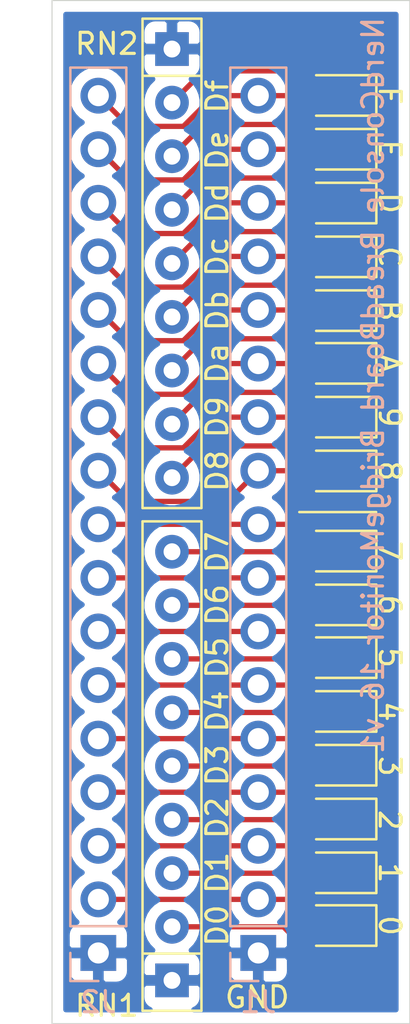
<source format=kicad_pcb>
(kicad_pcb (version 20171130) (host pcbnew "(5.1.9)-1")

  (general
    (thickness 1.6)
    (drawings 23)
    (tracks 125)
    (zones 0)
    (modules 20)
    (nets 34)
  )

  (page A4)
  (layers
    (0 F.Cu signal)
    (31 B.Cu signal)
    (32 B.Adhes user)
    (33 F.Adhes user)
    (34 B.Paste user)
    (35 F.Paste user)
    (36 B.SilkS user)
    (37 F.SilkS user)
    (38 B.Mask user)
    (39 F.Mask user)
    (40 Dwgs.User user)
    (41 Cmts.User user)
    (42 Eco1.User user)
    (43 Eco2.User user)
    (44 Edge.Cuts user)
    (45 Margin user)
    (46 B.CrtYd user)
    (47 F.CrtYd user)
    (48 B.Fab user)
    (49 F.Fab user)
  )

  (setup
    (last_trace_width 0.25)
    (trace_clearance 0.2)
    (zone_clearance 0.508)
    (zone_45_only no)
    (trace_min 0.2)
    (via_size 0.8)
    (via_drill 0.4)
    (via_min_size 0.4)
    (via_min_drill 0.3)
    (uvia_size 0.3)
    (uvia_drill 0.1)
    (uvias_allowed no)
    (uvia_min_size 0.2)
    (uvia_min_drill 0.1)
    (edge_width 0.05)
    (segment_width 0.2)
    (pcb_text_width 0.3)
    (pcb_text_size 1.5 1.5)
    (mod_edge_width 0.12)
    (mod_text_size 1 1)
    (mod_text_width 0.15)
    (pad_size 1.524 1.524)
    (pad_drill 0.762)
    (pad_to_mask_clearance 0)
    (aux_axis_origin 0 0)
    (visible_elements 7FFFFFFF)
    (pcbplotparams
      (layerselection 0x010fc_ffffffff)
      (usegerberextensions false)
      (usegerberattributes true)
      (usegerberadvancedattributes true)
      (creategerberjobfile true)
      (excludeedgelayer true)
      (linewidth 0.100000)
      (plotframeref false)
      (viasonmask false)
      (mode 1)
      (useauxorigin false)
      (hpglpennumber 1)
      (hpglpenspeed 20)
      (hpglpendiameter 15.000000)
      (psnegative false)
      (psa4output false)
      (plotreference true)
      (plotvalue true)
      (plotinvisibletext false)
      (padsonsilk false)
      (subtractmaskfromsilk false)
      (outputformat 1)
      (mirror false)
      (drillshape 0)
      (scaleselection 1)
      (outputdirectory "Gerber/"))
  )

  (net 0 "")
  (net 1 D0)
  (net 2 LED0)
  (net 3 LED1)
  (net 4 D1)
  (net 5 D2)
  (net 6 LED2)
  (net 7 LED3)
  (net 8 D3)
  (net 9 D4)
  (net 10 LED4)
  (net 11 LED5)
  (net 12 D5)
  (net 13 LED6)
  (net 14 D6)
  (net 15 D7)
  (net 16 LED7)
  (net 17 LED8)
  (net 18 D8)
  (net 19 D9)
  (net 20 LED9)
  (net 21 LED10)
  (net 22 D10)
  (net 23 D11)
  (net 24 LED11)
  (net 25 LED12)
  (net 26 D12)
  (net 27 D13)
  (net 28 LED13)
  (net 29 LED14)
  (net 30 D14)
  (net 31 D15)
  (net 32 LED15)
  (net 33 GND)

  (net_class Default "This is the default net class."
    (clearance 0.2)
    (trace_width 0.25)
    (via_dia 0.8)
    (via_drill 0.4)
    (uvia_dia 0.3)
    (uvia_drill 0.1)
    (add_net D0)
    (add_net D1)
    (add_net D10)
    (add_net D11)
    (add_net D12)
    (add_net D13)
    (add_net D14)
    (add_net D15)
    (add_net D2)
    (add_net D3)
    (add_net D4)
    (add_net D5)
    (add_net D6)
    (add_net D7)
    (add_net D8)
    (add_net D9)
    (add_net GND)
    (add_net LED0)
    (add_net LED1)
    (add_net LED10)
    (add_net LED11)
    (add_net LED12)
    (add_net LED13)
    (add_net LED14)
    (add_net LED15)
    (add_net LED2)
    (add_net LED3)
    (add_net LED4)
    (add_net LED5)
    (add_net LED6)
    (add_net LED7)
    (add_net LED8)
    (add_net LED9)
  )

  (module LED_SMD:LED_0805_2012Metric_Pad1.15x1.40mm_HandSolder (layer F.Cu) (tedit 5F68FEF1) (tstamp 601C4416)
    (at 117.55 111.85 180)
    (descr "LED SMD 0805 (2012 Metric), square (rectangular) end terminal, IPC_7351 nominal, (Body size source: https://docs.google.com/spreadsheets/d/1BsfQQcO9C6DZCsRaXUlFlo91Tg2WpOkGARC1WS5S8t0/edit?usp=sharing), generated with kicad-footprint-generator")
    (tags "LED handsolder")
    (path /601CCFF4)
    (attr smd)
    (fp_text reference D0 (at 5.7 0 90) (layer F.SilkS)
      (effects (font (size 1 1) (thickness 0.15)))
    )
    (fp_text value LED (at 0 1.65) (layer F.Fab)
      (effects (font (size 1 1) (thickness 0.15)))
    )
    (fp_line (start 1.85 0.95) (end -1.85 0.95) (layer F.CrtYd) (width 0.05))
    (fp_line (start 1.85 -0.95) (end 1.85 0.95) (layer F.CrtYd) (width 0.05))
    (fp_line (start -1.85 -0.95) (end 1.85 -0.95) (layer F.CrtYd) (width 0.05))
    (fp_line (start -1.85 0.95) (end -1.85 -0.95) (layer F.CrtYd) (width 0.05))
    (fp_line (start -1.86 0.96) (end 1 0.96) (layer F.SilkS) (width 0.12))
    (fp_line (start -1.86 -0.96) (end -1.86 0.96) (layer F.SilkS) (width 0.12))
    (fp_line (start 1 -0.96) (end -1.86 -0.96) (layer F.SilkS) (width 0.12))
    (fp_line (start 1 0.6) (end 1 -0.6) (layer F.Fab) (width 0.1))
    (fp_line (start -1 0.6) (end 1 0.6) (layer F.Fab) (width 0.1))
    (fp_line (start -1 -0.3) (end -1 0.6) (layer F.Fab) (width 0.1))
    (fp_line (start -0.7 -0.6) (end -1 -0.3) (layer F.Fab) (width 0.1))
    (fp_line (start 1 -0.6) (end -0.7 -0.6) (layer F.Fab) (width 0.1))
    (fp_text user %R (at 0 0) (layer F.Fab)
      (effects (font (size 0.5 0.5) (thickness 0.08)))
    )
    (pad 2 smd roundrect (at 1.025 0 180) (size 1.15 1.4) (layers F.Cu F.Paste F.Mask) (roundrect_rratio 0.2173904347826087)
      (net 1 D0))
    (pad 1 smd roundrect (at -1.025 0 180) (size 1.15 1.4) (layers F.Cu F.Paste F.Mask) (roundrect_rratio 0.2173904347826087)
      (net 2 LED0))
    (model ${KISYS3DMOD}/LED_SMD.3dshapes/LED_0805_2012Metric.wrl
      (at (xyz 0 0 0))
      (scale (xyz 1 1 1))
      (rotate (xyz 0 0 0))
    )
  )

  (module LED_SMD:LED_0805_2012Metric_Pad1.15x1.40mm_HandSolder (layer F.Cu) (tedit 5F68FEF1) (tstamp 601C4429)
    (at 117.55 109.35 180)
    (descr "LED SMD 0805 (2012 Metric), square (rectangular) end terminal, IPC_7351 nominal, (Body size source: https://docs.google.com/spreadsheets/d/1BsfQQcO9C6DZCsRaXUlFlo91Tg2WpOkGARC1WS5S8t0/edit?usp=sharing), generated with kicad-footprint-generator")
    (tags "LED handsolder")
    (path /601CDA94)
    (attr smd)
    (fp_text reference D1 (at 5.7 0 90) (layer F.SilkS)
      (effects (font (size 1 1) (thickness 0.15)))
    )
    (fp_text value LED (at 0 1.65) (layer F.Fab)
      (effects (font (size 1 1) (thickness 0.15)))
    )
    (fp_line (start 1 -0.6) (end -0.7 -0.6) (layer F.Fab) (width 0.1))
    (fp_line (start -0.7 -0.6) (end -1 -0.3) (layer F.Fab) (width 0.1))
    (fp_line (start -1 -0.3) (end -1 0.6) (layer F.Fab) (width 0.1))
    (fp_line (start -1 0.6) (end 1 0.6) (layer F.Fab) (width 0.1))
    (fp_line (start 1 0.6) (end 1 -0.6) (layer F.Fab) (width 0.1))
    (fp_line (start 1 -0.96) (end -1.86 -0.96) (layer F.SilkS) (width 0.12))
    (fp_line (start -1.86 -0.96) (end -1.86 0.96) (layer F.SilkS) (width 0.12))
    (fp_line (start -1.86 0.96) (end 1 0.96) (layer F.SilkS) (width 0.12))
    (fp_line (start -1.85 0.95) (end -1.85 -0.95) (layer F.CrtYd) (width 0.05))
    (fp_line (start -1.85 -0.95) (end 1.85 -0.95) (layer F.CrtYd) (width 0.05))
    (fp_line (start 1.85 -0.95) (end 1.85 0.95) (layer F.CrtYd) (width 0.05))
    (fp_line (start 1.85 0.95) (end -1.85 0.95) (layer F.CrtYd) (width 0.05))
    (fp_text user %R (at 0 0) (layer F.Fab)
      (effects (font (size 0.5 0.5) (thickness 0.08)))
    )
    (pad 1 smd roundrect (at -1.025 0 180) (size 1.15 1.4) (layers F.Cu F.Paste F.Mask) (roundrect_rratio 0.2173904347826087)
      (net 3 LED1))
    (pad 2 smd roundrect (at 1.025 0 180) (size 1.15 1.4) (layers F.Cu F.Paste F.Mask) (roundrect_rratio 0.2173904347826087)
      (net 4 D1))
    (model ${KISYS3DMOD}/LED_SMD.3dshapes/LED_0805_2012Metric.wrl
      (at (xyz 0 0 0))
      (scale (xyz 1 1 1))
      (rotate (xyz 0 0 0))
    )
  )

  (module LED_SMD:LED_0805_2012Metric_Pad1.15x1.40mm_HandSolder (layer F.Cu) (tedit 5F68FEF1) (tstamp 601C443C)
    (at 117.55 106.8 180)
    (descr "LED SMD 0805 (2012 Metric), square (rectangular) end terminal, IPC_7351 nominal, (Body size source: https://docs.google.com/spreadsheets/d/1BsfQQcO9C6DZCsRaXUlFlo91Tg2WpOkGARC1WS5S8t0/edit?usp=sharing), generated with kicad-footprint-generator")
    (tags "LED handsolder")
    (path /601CE921)
    (attr smd)
    (fp_text reference D2 (at 5.7 0.05 90) (layer F.SilkS)
      (effects (font (size 1 1) (thickness 0.15)))
    )
    (fp_text value LED (at 0 1.65) (layer F.Fab)
      (effects (font (size 1 1) (thickness 0.15)))
    )
    (fp_line (start 1.85 0.95) (end -1.85 0.95) (layer F.CrtYd) (width 0.05))
    (fp_line (start 1.85 -0.95) (end 1.85 0.95) (layer F.CrtYd) (width 0.05))
    (fp_line (start -1.85 -0.95) (end 1.85 -0.95) (layer F.CrtYd) (width 0.05))
    (fp_line (start -1.85 0.95) (end -1.85 -0.95) (layer F.CrtYd) (width 0.05))
    (fp_line (start -1.86 0.96) (end 1 0.96) (layer F.SilkS) (width 0.12))
    (fp_line (start -1.86 -0.96) (end -1.86 0.96) (layer F.SilkS) (width 0.12))
    (fp_line (start 1 -0.96) (end -1.86 -0.96) (layer F.SilkS) (width 0.12))
    (fp_line (start 1 0.6) (end 1 -0.6) (layer F.Fab) (width 0.1))
    (fp_line (start -1 0.6) (end 1 0.6) (layer F.Fab) (width 0.1))
    (fp_line (start -1 -0.3) (end -1 0.6) (layer F.Fab) (width 0.1))
    (fp_line (start -0.7 -0.6) (end -1 -0.3) (layer F.Fab) (width 0.1))
    (fp_line (start 1 -0.6) (end -0.7 -0.6) (layer F.Fab) (width 0.1))
    (fp_text user %R (at 0 0) (layer F.Fab)
      (effects (font (size 0.5 0.5) (thickness 0.08)))
    )
    (pad 2 smd roundrect (at 1.025 0 180) (size 1.15 1.4) (layers F.Cu F.Paste F.Mask) (roundrect_rratio 0.2173904347826087)
      (net 5 D2))
    (pad 1 smd roundrect (at -1.025 0 180) (size 1.15 1.4) (layers F.Cu F.Paste F.Mask) (roundrect_rratio 0.2173904347826087)
      (net 6 LED2))
    (model ${KISYS3DMOD}/LED_SMD.3dshapes/LED_0805_2012Metric.wrl
      (at (xyz 0 0 0))
      (scale (xyz 1 1 1))
      (rotate (xyz 0 0 0))
    )
  )

  (module LED_SMD:LED_0805_2012Metric_Pad1.15x1.40mm_HandSolder (layer F.Cu) (tedit 5F68FEF1) (tstamp 601C444F)
    (at 117.55 104.25 180)
    (descr "LED SMD 0805 (2012 Metric), square (rectangular) end terminal, IPC_7351 nominal, (Body size source: https://docs.google.com/spreadsheets/d/1BsfQQcO9C6DZCsRaXUlFlo91Tg2WpOkGARC1WS5S8t0/edit?usp=sharing), generated with kicad-footprint-generator")
    (tags "LED handsolder")
    (path /601CE927)
    (attr smd)
    (fp_text reference D3 (at 5.7 0 90) (layer F.SilkS)
      (effects (font (size 1 1) (thickness 0.15)))
    )
    (fp_text value LED (at 0 1.65) (layer F.Fab)
      (effects (font (size 1 1) (thickness 0.15)))
    )
    (fp_line (start 1 -0.6) (end -0.7 -0.6) (layer F.Fab) (width 0.1))
    (fp_line (start -0.7 -0.6) (end -1 -0.3) (layer F.Fab) (width 0.1))
    (fp_line (start -1 -0.3) (end -1 0.6) (layer F.Fab) (width 0.1))
    (fp_line (start -1 0.6) (end 1 0.6) (layer F.Fab) (width 0.1))
    (fp_line (start 1 0.6) (end 1 -0.6) (layer F.Fab) (width 0.1))
    (fp_line (start 1 -0.96) (end -1.86 -0.96) (layer F.SilkS) (width 0.12))
    (fp_line (start -1.86 -0.96) (end -1.86 0.96) (layer F.SilkS) (width 0.12))
    (fp_line (start -1.86 0.96) (end 1 0.96) (layer F.SilkS) (width 0.12))
    (fp_line (start -1.85 0.95) (end -1.85 -0.95) (layer F.CrtYd) (width 0.05))
    (fp_line (start -1.85 -0.95) (end 1.85 -0.95) (layer F.CrtYd) (width 0.05))
    (fp_line (start 1.85 -0.95) (end 1.85 0.95) (layer F.CrtYd) (width 0.05))
    (fp_line (start 1.85 0.95) (end -1.85 0.95) (layer F.CrtYd) (width 0.05))
    (fp_text user %R (at 0 0) (layer F.Fab)
      (effects (font (size 0.5 0.5) (thickness 0.08)))
    )
    (pad 1 smd roundrect (at -1.025 0 180) (size 1.15 1.4) (layers F.Cu F.Paste F.Mask) (roundrect_rratio 0.2173904347826087)
      (net 7 LED3))
    (pad 2 smd roundrect (at 1.025 0 180) (size 1.15 1.4) (layers F.Cu F.Paste F.Mask) (roundrect_rratio 0.2173904347826087)
      (net 8 D3))
    (model ${KISYS3DMOD}/LED_SMD.3dshapes/LED_0805_2012Metric.wrl
      (at (xyz 0 0 0))
      (scale (xyz 1 1 1))
      (rotate (xyz 0 0 0))
    )
  )

  (module LED_SMD:LED_0805_2012Metric_Pad1.15x1.40mm_HandSolder (layer F.Cu) (tedit 5F68FEF1) (tstamp 601C4462)
    (at 117.55 101.7 180)
    (descr "LED SMD 0805 (2012 Metric), square (rectangular) end terminal, IPC_7351 nominal, (Body size source: https://docs.google.com/spreadsheets/d/1BsfQQcO9C6DZCsRaXUlFlo91Tg2WpOkGARC1WS5S8t0/edit?usp=sharing), generated with kicad-footprint-generator")
    (tags "LED handsolder")
    (path /601CF159)
    (attr smd)
    (fp_text reference D4 (at 5.7 0 90) (layer F.SilkS)
      (effects (font (size 1 1) (thickness 0.15)))
    )
    (fp_text value LED (at 0 1.65) (layer F.Fab)
      (effects (font (size 1 1) (thickness 0.15)))
    )
    (fp_line (start 1.85 0.95) (end -1.85 0.95) (layer F.CrtYd) (width 0.05))
    (fp_line (start 1.85 -0.95) (end 1.85 0.95) (layer F.CrtYd) (width 0.05))
    (fp_line (start -1.85 -0.95) (end 1.85 -0.95) (layer F.CrtYd) (width 0.05))
    (fp_line (start -1.85 0.95) (end -1.85 -0.95) (layer F.CrtYd) (width 0.05))
    (fp_line (start -1.86 0.96) (end 1 0.96) (layer F.SilkS) (width 0.12))
    (fp_line (start -1.86 -0.96) (end -1.86 0.96) (layer F.SilkS) (width 0.12))
    (fp_line (start 1 -0.96) (end -1.86 -0.96) (layer F.SilkS) (width 0.12))
    (fp_line (start 1 0.6) (end 1 -0.6) (layer F.Fab) (width 0.1))
    (fp_line (start -1 0.6) (end 1 0.6) (layer F.Fab) (width 0.1))
    (fp_line (start -1 -0.3) (end -1 0.6) (layer F.Fab) (width 0.1))
    (fp_line (start -0.7 -0.6) (end -1 -0.3) (layer F.Fab) (width 0.1))
    (fp_line (start 1 -0.6) (end -0.7 -0.6) (layer F.Fab) (width 0.1))
    (fp_text user %R (at 0 0) (layer F.Fab)
      (effects (font (size 0.5 0.5) (thickness 0.08)))
    )
    (pad 2 smd roundrect (at 1.025 0 180) (size 1.15 1.4) (layers F.Cu F.Paste F.Mask) (roundrect_rratio 0.2173904347826087)
      (net 9 D4))
    (pad 1 smd roundrect (at -1.025 0 180) (size 1.15 1.4) (layers F.Cu F.Paste F.Mask) (roundrect_rratio 0.2173904347826087)
      (net 10 LED4))
    (model ${KISYS3DMOD}/LED_SMD.3dshapes/LED_0805_2012Metric.wrl
      (at (xyz 0 0 0))
      (scale (xyz 1 1 1))
      (rotate (xyz 0 0 0))
    )
  )

  (module LED_SMD:LED_0805_2012Metric_Pad1.15x1.40mm_HandSolder (layer F.Cu) (tedit 5F68FEF1) (tstamp 601C4475)
    (at 117.55 99.15 180)
    (descr "LED SMD 0805 (2012 Metric), square (rectangular) end terminal, IPC_7351 nominal, (Body size source: https://docs.google.com/spreadsheets/d/1BsfQQcO9C6DZCsRaXUlFlo91Tg2WpOkGARC1WS5S8t0/edit?usp=sharing), generated with kicad-footprint-generator")
    (tags "LED handsolder")
    (path /601CF15F)
    (attr smd)
    (fp_text reference D5 (at 5.7 0 90) (layer F.SilkS)
      (effects (font (size 1 1) (thickness 0.15)))
    )
    (fp_text value LED (at 0 1.65) (layer F.Fab)
      (effects (font (size 1 1) (thickness 0.15)))
    )
    (fp_line (start 1 -0.6) (end -0.7 -0.6) (layer F.Fab) (width 0.1))
    (fp_line (start -0.7 -0.6) (end -1 -0.3) (layer F.Fab) (width 0.1))
    (fp_line (start -1 -0.3) (end -1 0.6) (layer F.Fab) (width 0.1))
    (fp_line (start -1 0.6) (end 1 0.6) (layer F.Fab) (width 0.1))
    (fp_line (start 1 0.6) (end 1 -0.6) (layer F.Fab) (width 0.1))
    (fp_line (start 1 -0.96) (end -1.86 -0.96) (layer F.SilkS) (width 0.12))
    (fp_line (start -1.86 -0.96) (end -1.86 0.96) (layer F.SilkS) (width 0.12))
    (fp_line (start -1.86 0.96) (end 1 0.96) (layer F.SilkS) (width 0.12))
    (fp_line (start -1.85 0.95) (end -1.85 -0.95) (layer F.CrtYd) (width 0.05))
    (fp_line (start -1.85 -0.95) (end 1.85 -0.95) (layer F.CrtYd) (width 0.05))
    (fp_line (start 1.85 -0.95) (end 1.85 0.95) (layer F.CrtYd) (width 0.05))
    (fp_line (start 1.85 0.95) (end -1.85 0.95) (layer F.CrtYd) (width 0.05))
    (fp_text user %R (at 0 0) (layer F.Fab)
      (effects (font (size 0.5 0.5) (thickness 0.08)))
    )
    (pad 1 smd roundrect (at -1.025 0 180) (size 1.15 1.4) (layers F.Cu F.Paste F.Mask) (roundrect_rratio 0.2173904347826087)
      (net 11 LED5))
    (pad 2 smd roundrect (at 1.025 0 180) (size 1.15 1.4) (layers F.Cu F.Paste F.Mask) (roundrect_rratio 0.2173904347826087)
      (net 12 D5))
    (model ${KISYS3DMOD}/LED_SMD.3dshapes/LED_0805_2012Metric.wrl
      (at (xyz 0 0 0))
      (scale (xyz 1 1 1))
      (rotate (xyz 0 0 0))
    )
  )

  (module LED_SMD:LED_0805_2012Metric_Pad1.15x1.40mm_HandSolder (layer F.Cu) (tedit 5F68FEF1) (tstamp 601C4488)
    (at 117.55 96.65 180)
    (descr "LED SMD 0805 (2012 Metric), square (rectangular) end terminal, IPC_7351 nominal, (Body size source: https://docs.google.com/spreadsheets/d/1BsfQQcO9C6DZCsRaXUlFlo91Tg2WpOkGARC1WS5S8t0/edit?usp=sharing), generated with kicad-footprint-generator")
    (tags "LED handsolder")
    (path /601CFAFF)
    (attr smd)
    (fp_text reference D6 (at 5.7 0 90) (layer F.SilkS)
      (effects (font (size 1 1) (thickness 0.15)))
    )
    (fp_text value LED (at 0 1.65) (layer F.Fab)
      (effects (font (size 1 1) (thickness 0.15)))
    )
    (fp_line (start 1 -0.6) (end -0.7 -0.6) (layer F.Fab) (width 0.1))
    (fp_line (start -0.7 -0.6) (end -1 -0.3) (layer F.Fab) (width 0.1))
    (fp_line (start -1 -0.3) (end -1 0.6) (layer F.Fab) (width 0.1))
    (fp_line (start -1 0.6) (end 1 0.6) (layer F.Fab) (width 0.1))
    (fp_line (start 1 0.6) (end 1 -0.6) (layer F.Fab) (width 0.1))
    (fp_line (start 1 -0.96) (end -1.86 -0.96) (layer F.SilkS) (width 0.12))
    (fp_line (start -1.86 -0.96) (end -1.86 0.96) (layer F.SilkS) (width 0.12))
    (fp_line (start -1.86 0.96) (end 1 0.96) (layer F.SilkS) (width 0.12))
    (fp_line (start -1.85 0.95) (end -1.85 -0.95) (layer F.CrtYd) (width 0.05))
    (fp_line (start -1.85 -0.95) (end 1.85 -0.95) (layer F.CrtYd) (width 0.05))
    (fp_line (start 1.85 -0.95) (end 1.85 0.95) (layer F.CrtYd) (width 0.05))
    (fp_line (start 1.85 0.95) (end -1.85 0.95) (layer F.CrtYd) (width 0.05))
    (fp_text user %R (at 0 0) (layer F.Fab)
      (effects (font (size 0.5 0.5) (thickness 0.08)))
    )
    (pad 1 smd roundrect (at -1.025 0 180) (size 1.15 1.4) (layers F.Cu F.Paste F.Mask) (roundrect_rratio 0.2173904347826087)
      (net 13 LED6))
    (pad 2 smd roundrect (at 1.025 0 180) (size 1.15 1.4) (layers F.Cu F.Paste F.Mask) (roundrect_rratio 0.2173904347826087)
      (net 14 D6))
    (model ${KISYS3DMOD}/LED_SMD.3dshapes/LED_0805_2012Metric.wrl
      (at (xyz 0 0 0))
      (scale (xyz 1 1 1))
      (rotate (xyz 0 0 0))
    )
  )

  (module LED_SMD:LED_0805_2012Metric_Pad1.15x1.40mm_HandSolder (layer F.Cu) (tedit 5F68FEF1) (tstamp 601C449B)
    (at 117.55 94.1 180)
    (descr "LED SMD 0805 (2012 Metric), square (rectangular) end terminal, IPC_7351 nominal, (Body size source: https://docs.google.com/spreadsheets/d/1BsfQQcO9C6DZCsRaXUlFlo91Tg2WpOkGARC1WS5S8t0/edit?usp=sharing), generated with kicad-footprint-generator")
    (tags "LED handsolder")
    (path /601CFB05)
    (attr smd)
    (fp_text reference D7 (at 5.7 -0.05 90) (layer F.SilkS)
      (effects (font (size 1 1) (thickness 0.15)))
    )
    (fp_text value LED (at 0 1.65) (layer F.Fab)
      (effects (font (size 1 1) (thickness 0.15)))
    )
    (fp_line (start 1.85 0.95) (end -1.85 0.95) (layer F.CrtYd) (width 0.05))
    (fp_line (start 1.85 -0.95) (end 1.85 0.95) (layer F.CrtYd) (width 0.05))
    (fp_line (start -1.85 -0.95) (end 1.85 -0.95) (layer F.CrtYd) (width 0.05))
    (fp_line (start -1.85 0.95) (end -1.85 -0.95) (layer F.CrtYd) (width 0.05))
    (fp_line (start -1.86 0.96) (end 1 0.96) (layer F.SilkS) (width 0.12))
    (fp_line (start -1.86 -0.96) (end -1.86 0.96) (layer F.SilkS) (width 0.12))
    (fp_line (start 1 -0.96) (end -1.86 -0.96) (layer F.SilkS) (width 0.12))
    (fp_line (start 1 0.6) (end 1 -0.6) (layer F.Fab) (width 0.1))
    (fp_line (start -1 0.6) (end 1 0.6) (layer F.Fab) (width 0.1))
    (fp_line (start -1 -0.3) (end -1 0.6) (layer F.Fab) (width 0.1))
    (fp_line (start -0.7 -0.6) (end -1 -0.3) (layer F.Fab) (width 0.1))
    (fp_line (start 1 -0.6) (end -0.7 -0.6) (layer F.Fab) (width 0.1))
    (fp_text user %R (at 0 0) (layer F.Fab)
      (effects (font (size 0.5 0.5) (thickness 0.08)))
    )
    (pad 2 smd roundrect (at 1.025 0 180) (size 1.15 1.4) (layers F.Cu F.Paste F.Mask) (roundrect_rratio 0.2173904347826087)
      (net 15 D7))
    (pad 1 smd roundrect (at -1.025 0 180) (size 1.15 1.4) (layers F.Cu F.Paste F.Mask) (roundrect_rratio 0.2173904347826087)
      (net 16 LED7))
    (model ${KISYS3DMOD}/LED_SMD.3dshapes/LED_0805_2012Metric.wrl
      (at (xyz 0 0 0))
      (scale (xyz 1 1 1))
      (rotate (xyz 0 0 0))
    )
  )

  (module LED_SMD:LED_0805_2012Metric_Pad1.15x1.40mm_HandSolder (layer F.Cu) (tedit 5F68FEF1) (tstamp 601C44AE)
    (at 117.55 90.3 180)
    (descr "LED SMD 0805 (2012 Metric), square (rectangular) end terminal, IPC_7351 nominal, (Body size source: https://docs.google.com/spreadsheets/d/1BsfQQcO9C6DZCsRaXUlFlo91Tg2WpOkGARC1WS5S8t0/edit?usp=sharing), generated with kicad-footprint-generator")
    (tags "LED handsolder")
    (path /601D20A1)
    (attr smd)
    (fp_text reference D8 (at 5.7 0 90) (layer F.SilkS)
      (effects (font (size 1 1) (thickness 0.15)))
    )
    (fp_text value LED (at 0 1.65) (layer F.Fab)
      (effects (font (size 1 1) (thickness 0.15)))
    )
    (fp_line (start 1 -0.6) (end -0.7 -0.6) (layer F.Fab) (width 0.1))
    (fp_line (start -0.7 -0.6) (end -1 -0.3) (layer F.Fab) (width 0.1))
    (fp_line (start -1 -0.3) (end -1 0.6) (layer F.Fab) (width 0.1))
    (fp_line (start -1 0.6) (end 1 0.6) (layer F.Fab) (width 0.1))
    (fp_line (start 1 0.6) (end 1 -0.6) (layer F.Fab) (width 0.1))
    (fp_line (start 1 -0.96) (end -1.86 -0.96) (layer F.SilkS) (width 0.12))
    (fp_line (start -1.86 -0.96) (end -1.86 0.96) (layer F.SilkS) (width 0.12))
    (fp_line (start -1.86 0.96) (end 1 0.96) (layer F.SilkS) (width 0.12))
    (fp_line (start -1.85 0.95) (end -1.85 -0.95) (layer F.CrtYd) (width 0.05))
    (fp_line (start -1.85 -0.95) (end 1.85 -0.95) (layer F.CrtYd) (width 0.05))
    (fp_line (start 1.85 -0.95) (end 1.85 0.95) (layer F.CrtYd) (width 0.05))
    (fp_line (start 1.85 0.95) (end -1.85 0.95) (layer F.CrtYd) (width 0.05))
    (fp_text user %R (at 0 0) (layer F.Fab)
      (effects (font (size 0.5 0.5) (thickness 0.08)))
    )
    (pad 1 smd roundrect (at -1.025 0 180) (size 1.15 1.4) (layers F.Cu F.Paste F.Mask) (roundrect_rratio 0.2173904347826087)
      (net 17 LED8))
    (pad 2 smd roundrect (at 1.025 0 180) (size 1.15 1.4) (layers F.Cu F.Paste F.Mask) (roundrect_rratio 0.2173904347826087)
      (net 18 D8))
    (model ${KISYS3DMOD}/LED_SMD.3dshapes/LED_0805_2012Metric.wrl
      (at (xyz 0 0 0))
      (scale (xyz 1 1 1))
      (rotate (xyz 0 0 0))
    )
  )

  (module LED_SMD:LED_0805_2012Metric_Pad1.15x1.40mm_HandSolder (layer F.Cu) (tedit 5F68FEF1) (tstamp 601C44C1)
    (at 117.55 87.75 180)
    (descr "LED SMD 0805 (2012 Metric), square (rectangular) end terminal, IPC_7351 nominal, (Body size source: https://docs.google.com/spreadsheets/d/1BsfQQcO9C6DZCsRaXUlFlo91Tg2WpOkGARC1WS5S8t0/edit?usp=sharing), generated with kicad-footprint-generator")
    (tags "LED handsolder")
    (path /601D20A7)
    (attr smd)
    (fp_text reference D9 (at 5.7 0 90) (layer F.SilkS)
      (effects (font (size 1 1) (thickness 0.15)))
    )
    (fp_text value LED (at 0 1.65) (layer F.Fab)
      (effects (font (size 1 1) (thickness 0.15)))
    )
    (fp_line (start 1.85 0.95) (end -1.85 0.95) (layer F.CrtYd) (width 0.05))
    (fp_line (start 1.85 -0.95) (end 1.85 0.95) (layer F.CrtYd) (width 0.05))
    (fp_line (start -1.85 -0.95) (end 1.85 -0.95) (layer F.CrtYd) (width 0.05))
    (fp_line (start -1.85 0.95) (end -1.85 -0.95) (layer F.CrtYd) (width 0.05))
    (fp_line (start -1.86 0.96) (end 1 0.96) (layer F.SilkS) (width 0.12))
    (fp_line (start -1.86 -0.96) (end -1.86 0.96) (layer F.SilkS) (width 0.12))
    (fp_line (start 1 -0.96) (end -1.86 -0.96) (layer F.SilkS) (width 0.12))
    (fp_line (start 1 0.6) (end 1 -0.6) (layer F.Fab) (width 0.1))
    (fp_line (start -1 0.6) (end 1 0.6) (layer F.Fab) (width 0.1))
    (fp_line (start -1 -0.3) (end -1 0.6) (layer F.Fab) (width 0.1))
    (fp_line (start -0.7 -0.6) (end -1 -0.3) (layer F.Fab) (width 0.1))
    (fp_line (start 1 -0.6) (end -0.7 -0.6) (layer F.Fab) (width 0.1))
    (fp_text user %R (at 0 0) (layer F.Fab)
      (effects (font (size 0.5 0.5) (thickness 0.08)))
    )
    (pad 2 smd roundrect (at 1.025 0 180) (size 1.15 1.4) (layers F.Cu F.Paste F.Mask) (roundrect_rratio 0.2173904347826087)
      (net 19 D9))
    (pad 1 smd roundrect (at -1.025 0 180) (size 1.15 1.4) (layers F.Cu F.Paste F.Mask) (roundrect_rratio 0.2173904347826087)
      (net 20 LED9))
    (model ${KISYS3DMOD}/LED_SMD.3dshapes/LED_0805_2012Metric.wrl
      (at (xyz 0 0 0))
      (scale (xyz 1 1 1))
      (rotate (xyz 0 0 0))
    )
  )

  (module LED_SMD:LED_0805_2012Metric_Pad1.15x1.40mm_HandSolder (layer F.Cu) (tedit 5F68FEF1) (tstamp 601C44D4)
    (at 117.55 85.2 180)
    (descr "LED SMD 0805 (2012 Metric), square (rectangular) end terminal, IPC_7351 nominal, (Body size source: https://docs.google.com/spreadsheets/d/1BsfQQcO9C6DZCsRaXUlFlo91Tg2WpOkGARC1WS5S8t0/edit?usp=sharing), generated with kicad-footprint-generator")
    (tags "LED handsolder")
    (path /601D20AD)
    (attr smd)
    (fp_text reference Da (at 5.7 0 90) (layer F.SilkS)
      (effects (font (size 1 1) (thickness 0.15)))
    )
    (fp_text value LED (at 0 1.65) (layer F.Fab)
      (effects (font (size 1 1) (thickness 0.15)))
    )
    (fp_line (start 1 -0.6) (end -0.7 -0.6) (layer F.Fab) (width 0.1))
    (fp_line (start -0.7 -0.6) (end -1 -0.3) (layer F.Fab) (width 0.1))
    (fp_line (start -1 -0.3) (end -1 0.6) (layer F.Fab) (width 0.1))
    (fp_line (start -1 0.6) (end 1 0.6) (layer F.Fab) (width 0.1))
    (fp_line (start 1 0.6) (end 1 -0.6) (layer F.Fab) (width 0.1))
    (fp_line (start 1 -0.96) (end -1.86 -0.96) (layer F.SilkS) (width 0.12))
    (fp_line (start -1.86 -0.96) (end -1.86 0.96) (layer F.SilkS) (width 0.12))
    (fp_line (start -1.86 0.96) (end 1 0.96) (layer F.SilkS) (width 0.12))
    (fp_line (start -1.85 0.95) (end -1.85 -0.95) (layer F.CrtYd) (width 0.05))
    (fp_line (start -1.85 -0.95) (end 1.85 -0.95) (layer F.CrtYd) (width 0.05))
    (fp_line (start 1.85 -0.95) (end 1.85 0.95) (layer F.CrtYd) (width 0.05))
    (fp_line (start 1.85 0.95) (end -1.85 0.95) (layer F.CrtYd) (width 0.05))
    (fp_text user %R (at 0 0) (layer F.Fab)
      (effects (font (size 0.5 0.5) (thickness 0.08)))
    )
    (pad 1 smd roundrect (at -1.025 0 180) (size 1.15 1.4) (layers F.Cu F.Paste F.Mask) (roundrect_rratio 0.2173904347826087)
      (net 21 LED10))
    (pad 2 smd roundrect (at 1.025 0 180) (size 1.15 1.4) (layers F.Cu F.Paste F.Mask) (roundrect_rratio 0.2173904347826087)
      (net 22 D10))
    (model ${KISYS3DMOD}/LED_SMD.3dshapes/LED_0805_2012Metric.wrl
      (at (xyz 0 0 0))
      (scale (xyz 1 1 1))
      (rotate (xyz 0 0 0))
    )
  )

  (module LED_SMD:LED_0805_2012Metric_Pad1.15x1.40mm_HandSolder (layer F.Cu) (tedit 5F68FEF1) (tstamp 601C44E7)
    (at 117.55 82.7 180)
    (descr "LED SMD 0805 (2012 Metric), square (rectangular) end terminal, IPC_7351 nominal, (Body size source: https://docs.google.com/spreadsheets/d/1BsfQQcO9C6DZCsRaXUlFlo91Tg2WpOkGARC1WS5S8t0/edit?usp=sharing), generated with kicad-footprint-generator")
    (tags "LED handsolder")
    (path /601D20B3)
    (attr smd)
    (fp_text reference Db (at 5.7 0 90) (layer F.SilkS)
      (effects (font (size 1 1) (thickness 0.15)))
    )
    (fp_text value LED (at 0 1.65) (layer F.Fab)
      (effects (font (size 1 1) (thickness 0.15)))
    )
    (fp_line (start 1.85 0.95) (end -1.85 0.95) (layer F.CrtYd) (width 0.05))
    (fp_line (start 1.85 -0.95) (end 1.85 0.95) (layer F.CrtYd) (width 0.05))
    (fp_line (start -1.85 -0.95) (end 1.85 -0.95) (layer F.CrtYd) (width 0.05))
    (fp_line (start -1.85 0.95) (end -1.85 -0.95) (layer F.CrtYd) (width 0.05))
    (fp_line (start -1.86 0.96) (end 1 0.96) (layer F.SilkS) (width 0.12))
    (fp_line (start -1.86 -0.96) (end -1.86 0.96) (layer F.SilkS) (width 0.12))
    (fp_line (start 1 -0.96) (end -1.86 -0.96) (layer F.SilkS) (width 0.12))
    (fp_line (start 1 0.6) (end 1 -0.6) (layer F.Fab) (width 0.1))
    (fp_line (start -1 0.6) (end 1 0.6) (layer F.Fab) (width 0.1))
    (fp_line (start -1 -0.3) (end -1 0.6) (layer F.Fab) (width 0.1))
    (fp_line (start -0.7 -0.6) (end -1 -0.3) (layer F.Fab) (width 0.1))
    (fp_line (start 1 -0.6) (end -0.7 -0.6) (layer F.Fab) (width 0.1))
    (fp_text user %R (at 0 0) (layer F.Fab)
      (effects (font (size 0.5 0.5) (thickness 0.08)))
    )
    (pad 2 smd roundrect (at 1.025 0 180) (size 1.15 1.4) (layers F.Cu F.Paste F.Mask) (roundrect_rratio 0.2173904347826087)
      (net 23 D11))
    (pad 1 smd roundrect (at -1.025 0 180) (size 1.15 1.4) (layers F.Cu F.Paste F.Mask) (roundrect_rratio 0.2173904347826087)
      (net 24 LED11))
    (model ${KISYS3DMOD}/LED_SMD.3dshapes/LED_0805_2012Metric.wrl
      (at (xyz 0 0 0))
      (scale (xyz 1 1 1))
      (rotate (xyz 0 0 0))
    )
  )

  (module LED_SMD:LED_0805_2012Metric_Pad1.15x1.40mm_HandSolder (layer F.Cu) (tedit 5F68FEF1) (tstamp 601C44FA)
    (at 117.55 80.15 180)
    (descr "LED SMD 0805 (2012 Metric), square (rectangular) end terminal, IPC_7351 nominal, (Body size source: https://docs.google.com/spreadsheets/d/1BsfQQcO9C6DZCsRaXUlFlo91Tg2WpOkGARC1WS5S8t0/edit?usp=sharing), generated with kicad-footprint-generator")
    (tags "LED handsolder")
    (path /601D20B9)
    (attr smd)
    (fp_text reference Dc (at 5.7 0 90) (layer F.SilkS)
      (effects (font (size 1 1) (thickness 0.15)))
    )
    (fp_text value LED (at 0 1.65) (layer F.Fab)
      (effects (font (size 1 1) (thickness 0.15)))
    )
    (fp_line (start 1 -0.6) (end -0.7 -0.6) (layer F.Fab) (width 0.1))
    (fp_line (start -0.7 -0.6) (end -1 -0.3) (layer F.Fab) (width 0.1))
    (fp_line (start -1 -0.3) (end -1 0.6) (layer F.Fab) (width 0.1))
    (fp_line (start -1 0.6) (end 1 0.6) (layer F.Fab) (width 0.1))
    (fp_line (start 1 0.6) (end 1 -0.6) (layer F.Fab) (width 0.1))
    (fp_line (start 1 -0.96) (end -1.86 -0.96) (layer F.SilkS) (width 0.12))
    (fp_line (start -1.86 -0.96) (end -1.86 0.96) (layer F.SilkS) (width 0.12))
    (fp_line (start -1.86 0.96) (end 1 0.96) (layer F.SilkS) (width 0.12))
    (fp_line (start -1.85 0.95) (end -1.85 -0.95) (layer F.CrtYd) (width 0.05))
    (fp_line (start -1.85 -0.95) (end 1.85 -0.95) (layer F.CrtYd) (width 0.05))
    (fp_line (start 1.85 -0.95) (end 1.85 0.95) (layer F.CrtYd) (width 0.05))
    (fp_line (start 1.85 0.95) (end -1.85 0.95) (layer F.CrtYd) (width 0.05))
    (fp_text user %R (at 0 0) (layer F.Fab)
      (effects (font (size 0.5 0.5) (thickness 0.08)))
    )
    (pad 1 smd roundrect (at -1.025 0 180) (size 1.15 1.4) (layers F.Cu F.Paste F.Mask) (roundrect_rratio 0.2173904347826087)
      (net 25 LED12))
    (pad 2 smd roundrect (at 1.025 0 180) (size 1.15 1.4) (layers F.Cu F.Paste F.Mask) (roundrect_rratio 0.2173904347826087)
      (net 26 D12))
    (model ${KISYS3DMOD}/LED_SMD.3dshapes/LED_0805_2012Metric.wrl
      (at (xyz 0 0 0))
      (scale (xyz 1 1 1))
      (rotate (xyz 0 0 0))
    )
  )

  (module LED_SMD:LED_0805_2012Metric_Pad1.15x1.40mm_HandSolder (layer F.Cu) (tedit 5F68FEF1) (tstamp 601C450D)
    (at 117.55 77.6 180)
    (descr "LED SMD 0805 (2012 Metric), square (rectangular) end terminal, IPC_7351 nominal, (Body size source: https://docs.google.com/spreadsheets/d/1BsfQQcO9C6DZCsRaXUlFlo91Tg2WpOkGARC1WS5S8t0/edit?usp=sharing), generated with kicad-footprint-generator")
    (tags "LED handsolder")
    (path /601D20BF)
    (attr smd)
    (fp_text reference Dd (at 5.7 0 90) (layer F.SilkS)
      (effects (font (size 1 1) (thickness 0.15)))
    )
    (fp_text value LED (at 0 1.65) (layer F.Fab)
      (effects (font (size 1 1) (thickness 0.15)))
    )
    (fp_line (start 1.85 0.95) (end -1.85 0.95) (layer F.CrtYd) (width 0.05))
    (fp_line (start 1.85 -0.95) (end 1.85 0.95) (layer F.CrtYd) (width 0.05))
    (fp_line (start -1.85 -0.95) (end 1.85 -0.95) (layer F.CrtYd) (width 0.05))
    (fp_line (start -1.85 0.95) (end -1.85 -0.95) (layer F.CrtYd) (width 0.05))
    (fp_line (start -1.86 0.96) (end 1 0.96) (layer F.SilkS) (width 0.12))
    (fp_line (start -1.86 -0.96) (end -1.86 0.96) (layer F.SilkS) (width 0.12))
    (fp_line (start 1 -0.96) (end -1.86 -0.96) (layer F.SilkS) (width 0.12))
    (fp_line (start 1 0.6) (end 1 -0.6) (layer F.Fab) (width 0.1))
    (fp_line (start -1 0.6) (end 1 0.6) (layer F.Fab) (width 0.1))
    (fp_line (start -1 -0.3) (end -1 0.6) (layer F.Fab) (width 0.1))
    (fp_line (start -0.7 -0.6) (end -1 -0.3) (layer F.Fab) (width 0.1))
    (fp_line (start 1 -0.6) (end -0.7 -0.6) (layer F.Fab) (width 0.1))
    (fp_text user %R (at 0 0) (layer F.Fab)
      (effects (font (size 0.5 0.5) (thickness 0.08)))
    )
    (pad 2 smd roundrect (at 1.025 0 180) (size 1.15 1.4) (layers F.Cu F.Paste F.Mask) (roundrect_rratio 0.2173904347826087)
      (net 27 D13))
    (pad 1 smd roundrect (at -1.025 0 180) (size 1.15 1.4) (layers F.Cu F.Paste F.Mask) (roundrect_rratio 0.2173904347826087)
      (net 28 LED13))
    (model ${KISYS3DMOD}/LED_SMD.3dshapes/LED_0805_2012Metric.wrl
      (at (xyz 0 0 0))
      (scale (xyz 1 1 1))
      (rotate (xyz 0 0 0))
    )
  )

  (module LED_SMD:LED_0805_2012Metric_Pad1.15x1.40mm_HandSolder (layer F.Cu) (tedit 5F68FEF1) (tstamp 601C4520)
    (at 117.55 75.05 180)
    (descr "LED SMD 0805 (2012 Metric), square (rectangular) end terminal, IPC_7351 nominal, (Body size source: https://docs.google.com/spreadsheets/d/1BsfQQcO9C6DZCsRaXUlFlo91Tg2WpOkGARC1WS5S8t0/edit?usp=sharing), generated with kicad-footprint-generator")
    (tags "LED handsolder")
    (path /601D20C5)
    (attr smd)
    (fp_text reference De (at 5.7 -0.05 90) (layer F.SilkS)
      (effects (font (size 1 1) (thickness 0.15)))
    )
    (fp_text value LED (at 0 1.65) (layer F.Fab)
      (effects (font (size 1 1) (thickness 0.15)))
    )
    (fp_line (start 1 -0.6) (end -0.7 -0.6) (layer F.Fab) (width 0.1))
    (fp_line (start -0.7 -0.6) (end -1 -0.3) (layer F.Fab) (width 0.1))
    (fp_line (start -1 -0.3) (end -1 0.6) (layer F.Fab) (width 0.1))
    (fp_line (start -1 0.6) (end 1 0.6) (layer F.Fab) (width 0.1))
    (fp_line (start 1 0.6) (end 1 -0.6) (layer F.Fab) (width 0.1))
    (fp_line (start 1 -0.96) (end -1.86 -0.96) (layer F.SilkS) (width 0.12))
    (fp_line (start -1.86 -0.96) (end -1.86 0.96) (layer F.SilkS) (width 0.12))
    (fp_line (start -1.86 0.96) (end 1 0.96) (layer F.SilkS) (width 0.12))
    (fp_line (start -1.85 0.95) (end -1.85 -0.95) (layer F.CrtYd) (width 0.05))
    (fp_line (start -1.85 -0.95) (end 1.85 -0.95) (layer F.CrtYd) (width 0.05))
    (fp_line (start 1.85 -0.95) (end 1.85 0.95) (layer F.CrtYd) (width 0.05))
    (fp_line (start 1.85 0.95) (end -1.85 0.95) (layer F.CrtYd) (width 0.05))
    (fp_text user %R (at 0 0) (layer F.Fab)
      (effects (font (size 0.5 0.5) (thickness 0.08)))
    )
    (pad 1 smd roundrect (at -1.025 0 180) (size 1.15 1.4) (layers F.Cu F.Paste F.Mask) (roundrect_rratio 0.2173904347826087)
      (net 29 LED14))
    (pad 2 smd roundrect (at 1.025 0 180) (size 1.15 1.4) (layers F.Cu F.Paste F.Mask) (roundrect_rratio 0.2173904347826087)
      (net 30 D14))
    (model ${KISYS3DMOD}/LED_SMD.3dshapes/LED_0805_2012Metric.wrl
      (at (xyz 0 0 0))
      (scale (xyz 1 1 1))
      (rotate (xyz 0 0 0))
    )
  )

  (module LED_SMD:LED_0805_2012Metric_Pad1.15x1.40mm_HandSolder (layer F.Cu) (tedit 5F68FEF1) (tstamp 601C4533)
    (at 117.55 72.5 180)
    (descr "LED SMD 0805 (2012 Metric), square (rectangular) end terminal, IPC_7351 nominal, (Body size source: https://docs.google.com/spreadsheets/d/1BsfQQcO9C6DZCsRaXUlFlo91Tg2WpOkGARC1WS5S8t0/edit?usp=sharing), generated with kicad-footprint-generator")
    (tags "LED handsolder")
    (path /601D20CB)
    (attr smd)
    (fp_text reference Df (at 5.7 -0.05 90) (layer F.SilkS)
      (effects (font (size 1 1) (thickness 0.15)))
    )
    (fp_text value LED (at 0 1.65) (layer F.Fab)
      (effects (font (size 1 1) (thickness 0.15)))
    )
    (fp_line (start 1.85 0.95) (end -1.85 0.95) (layer F.CrtYd) (width 0.05))
    (fp_line (start 1.85 -0.95) (end 1.85 0.95) (layer F.CrtYd) (width 0.05))
    (fp_line (start -1.85 -0.95) (end 1.85 -0.95) (layer F.CrtYd) (width 0.05))
    (fp_line (start -1.85 0.95) (end -1.85 -0.95) (layer F.CrtYd) (width 0.05))
    (fp_line (start -1.86 0.96) (end 1 0.96) (layer F.SilkS) (width 0.12))
    (fp_line (start -1.86 -0.96) (end -1.86 0.96) (layer F.SilkS) (width 0.12))
    (fp_line (start 1 -0.96) (end -1.86 -0.96) (layer F.SilkS) (width 0.12))
    (fp_line (start 1 0.6) (end 1 -0.6) (layer F.Fab) (width 0.1))
    (fp_line (start -1 0.6) (end 1 0.6) (layer F.Fab) (width 0.1))
    (fp_line (start -1 -0.3) (end -1 0.6) (layer F.Fab) (width 0.1))
    (fp_line (start -0.7 -0.6) (end -1 -0.3) (layer F.Fab) (width 0.1))
    (fp_line (start 1 -0.6) (end -0.7 -0.6) (layer F.Fab) (width 0.1))
    (fp_text user %R (at 0 0) (layer F.Fab)
      (effects (font (size 0.5 0.5) (thickness 0.08)))
    )
    (pad 2 smd roundrect (at 1.025 0 180) (size 1.15 1.4) (layers F.Cu F.Paste F.Mask) (roundrect_rratio 0.2173904347826087)
      (net 31 D15))
    (pad 1 smd roundrect (at -1.025 0 180) (size 1.15 1.4) (layers F.Cu F.Paste F.Mask) (roundrect_rratio 0.2173904347826087)
      (net 32 LED15))
    (model ${KISYS3DMOD}/LED_SMD.3dshapes/LED_0805_2012Metric.wrl
      (at (xyz 0 0 0))
      (scale (xyz 1 1 1))
      (rotate (xyz 0 0 0))
    )
  )

  (module Connector_PinHeader_2.54mm:PinHeader_1x17_P2.54mm_Vertical (layer B.Cu) (tedit 59FED5CC) (tstamp 601C4558)
    (at 113.8 113.15)
    (descr "Through hole straight pin header, 1x17, 2.54mm pitch, single row")
    (tags "Through hole pin header THT 1x17 2.54mm single row")
    (path /601C01E8)
    (fp_text reference J1 (at 0 2.33) (layer B.SilkS)
      (effects (font (size 1 1) (thickness 0.15)) (justify mirror))
    )
    (fp_text value Conn_01x17 (at 0 -42.97) (layer B.Fab)
      (effects (font (size 1 1) (thickness 0.15)) (justify mirror))
    )
    (fp_line (start 1.8 1.8) (end -1.8 1.8) (layer B.CrtYd) (width 0.05))
    (fp_line (start 1.8 -42.45) (end 1.8 1.8) (layer B.CrtYd) (width 0.05))
    (fp_line (start -1.8 -42.45) (end 1.8 -42.45) (layer B.CrtYd) (width 0.05))
    (fp_line (start -1.8 1.8) (end -1.8 -42.45) (layer B.CrtYd) (width 0.05))
    (fp_line (start -1.33 1.33) (end 0 1.33) (layer B.SilkS) (width 0.12))
    (fp_line (start -1.33 0) (end -1.33 1.33) (layer B.SilkS) (width 0.12))
    (fp_line (start -1.33 -1.27) (end 1.33 -1.27) (layer B.SilkS) (width 0.12))
    (fp_line (start 1.33 -1.27) (end 1.33 -41.97) (layer B.SilkS) (width 0.12))
    (fp_line (start -1.33 -1.27) (end -1.33 -41.97) (layer B.SilkS) (width 0.12))
    (fp_line (start -1.33 -41.97) (end 1.33 -41.97) (layer B.SilkS) (width 0.12))
    (fp_line (start -1.27 0.635) (end -0.635 1.27) (layer B.Fab) (width 0.1))
    (fp_line (start -1.27 -41.91) (end -1.27 0.635) (layer B.Fab) (width 0.1))
    (fp_line (start 1.27 -41.91) (end -1.27 -41.91) (layer B.Fab) (width 0.1))
    (fp_line (start 1.27 1.27) (end 1.27 -41.91) (layer B.Fab) (width 0.1))
    (fp_line (start -0.635 1.27) (end 1.27 1.27) (layer B.Fab) (width 0.1))
    (fp_text user %R (at 0 -20.32 -90) (layer B.Fab)
      (effects (font (size 1 1) (thickness 0.15)) (justify mirror))
    )
    (pad 17 thru_hole oval (at 0 -40.64) (size 1.7 1.7) (drill 1) (layers *.Cu *.Mask)
      (net 31 D15))
    (pad 16 thru_hole oval (at 0 -38.1) (size 1.7 1.7) (drill 1) (layers *.Cu *.Mask)
      (net 30 D14))
    (pad 15 thru_hole oval (at 0 -35.56) (size 1.7 1.7) (drill 1) (layers *.Cu *.Mask)
      (net 27 D13))
    (pad 14 thru_hole oval (at 0 -33.02) (size 1.7 1.7) (drill 1) (layers *.Cu *.Mask)
      (net 26 D12))
    (pad 13 thru_hole oval (at 0 -30.48) (size 1.7 1.7) (drill 1) (layers *.Cu *.Mask)
      (net 23 D11))
    (pad 12 thru_hole oval (at 0 -27.94) (size 1.7 1.7) (drill 1) (layers *.Cu *.Mask)
      (net 22 D10))
    (pad 11 thru_hole oval (at 0 -25.4) (size 1.7 1.7) (drill 1) (layers *.Cu *.Mask)
      (net 19 D9))
    (pad 10 thru_hole oval (at 0 -22.86) (size 1.7 1.7) (drill 1) (layers *.Cu *.Mask)
      (net 18 D8))
    (pad 9 thru_hole oval (at 0 -20.32) (size 1.7 1.7) (drill 1) (layers *.Cu *.Mask)
      (net 15 D7))
    (pad 8 thru_hole oval (at 0 -17.78) (size 1.7 1.7) (drill 1) (layers *.Cu *.Mask)
      (net 14 D6))
    (pad 7 thru_hole oval (at 0 -15.24) (size 1.7 1.7) (drill 1) (layers *.Cu *.Mask)
      (net 12 D5))
    (pad 6 thru_hole oval (at 0 -12.7) (size 1.7 1.7) (drill 1) (layers *.Cu *.Mask)
      (net 9 D4))
    (pad 5 thru_hole oval (at 0 -10.16) (size 1.7 1.7) (drill 1) (layers *.Cu *.Mask)
      (net 8 D3))
    (pad 4 thru_hole oval (at 0 -7.62) (size 1.7 1.7) (drill 1) (layers *.Cu *.Mask)
      (net 5 D2))
    (pad 3 thru_hole oval (at 0 -5.08) (size 1.7 1.7) (drill 1) (layers *.Cu *.Mask)
      (net 4 D1))
    (pad 2 thru_hole oval (at 0 -2.54) (size 1.7 1.7) (drill 1) (layers *.Cu *.Mask)
      (net 1 D0))
    (pad 1 thru_hole rect (at 0 0) (size 1.7 1.7) (drill 1) (layers *.Cu *.Mask)
      (net 33 GND))
    (model ${KISYS3DMOD}/Connector_PinHeader_2.54mm.3dshapes/PinHeader_1x17_P2.54mm_Vertical.wrl
      (at (xyz 0 0 0))
      (scale (xyz 1 1 1))
      (rotate (xyz 0 0 0))
    )
  )

  (module Connector_PinHeader_2.54mm:PinHeader_1x17_P2.54mm_Vertical (layer B.Cu) (tedit 59FED5CC) (tstamp 601C457D)
    (at 106.2 113.15)
    (descr "Through hole straight pin header, 1x17, 2.54mm pitch, single row")
    (tags "Through hole pin header THT 1x17 2.54mm single row")
    (path /601BE489)
    (fp_text reference J2 (at 0 2.33) (layer B.SilkS)
      (effects (font (size 1 1) (thickness 0.15)) (justify mirror))
    )
    (fp_text value Conn_01x17 (at 0 -42.97) (layer B.Fab)
      (effects (font (size 1 1) (thickness 0.15)) (justify mirror))
    )
    (fp_line (start -0.635 1.27) (end 1.27 1.27) (layer B.Fab) (width 0.1))
    (fp_line (start 1.27 1.27) (end 1.27 -41.91) (layer B.Fab) (width 0.1))
    (fp_line (start 1.27 -41.91) (end -1.27 -41.91) (layer B.Fab) (width 0.1))
    (fp_line (start -1.27 -41.91) (end -1.27 0.635) (layer B.Fab) (width 0.1))
    (fp_line (start -1.27 0.635) (end -0.635 1.27) (layer B.Fab) (width 0.1))
    (fp_line (start -1.33 -41.97) (end 1.33 -41.97) (layer B.SilkS) (width 0.12))
    (fp_line (start -1.33 -1.27) (end -1.33 -41.97) (layer B.SilkS) (width 0.12))
    (fp_line (start 1.33 -1.27) (end 1.33 -41.97) (layer B.SilkS) (width 0.12))
    (fp_line (start -1.33 -1.27) (end 1.33 -1.27) (layer B.SilkS) (width 0.12))
    (fp_line (start -1.33 0) (end -1.33 1.33) (layer B.SilkS) (width 0.12))
    (fp_line (start -1.33 1.33) (end 0 1.33) (layer B.SilkS) (width 0.12))
    (fp_line (start -1.8 1.8) (end -1.8 -42.45) (layer B.CrtYd) (width 0.05))
    (fp_line (start -1.8 -42.45) (end 1.8 -42.45) (layer B.CrtYd) (width 0.05))
    (fp_line (start 1.8 -42.45) (end 1.8 1.8) (layer B.CrtYd) (width 0.05))
    (fp_line (start 1.8 1.8) (end -1.8 1.8) (layer B.CrtYd) (width 0.05))
    (fp_text user %R (at 0 -20.32 -90) (layer B.Fab)
      (effects (font (size 1 1) (thickness 0.15)) (justify mirror))
    )
    (pad 1 thru_hole rect (at 0 0) (size 1.7 1.7) (drill 1) (layers *.Cu *.Mask)
      (net 33 GND))
    (pad 2 thru_hole oval (at 0 -2.54) (size 1.7 1.7) (drill 1) (layers *.Cu *.Mask)
      (net 1 D0))
    (pad 3 thru_hole oval (at 0 -5.08) (size 1.7 1.7) (drill 1) (layers *.Cu *.Mask)
      (net 4 D1))
    (pad 4 thru_hole oval (at 0 -7.62) (size 1.7 1.7) (drill 1) (layers *.Cu *.Mask)
      (net 5 D2))
    (pad 5 thru_hole oval (at 0 -10.16) (size 1.7 1.7) (drill 1) (layers *.Cu *.Mask)
      (net 8 D3))
    (pad 6 thru_hole oval (at 0 -12.7) (size 1.7 1.7) (drill 1) (layers *.Cu *.Mask)
      (net 9 D4))
    (pad 7 thru_hole oval (at 0 -15.24) (size 1.7 1.7) (drill 1) (layers *.Cu *.Mask)
      (net 12 D5))
    (pad 8 thru_hole oval (at 0 -17.78) (size 1.7 1.7) (drill 1) (layers *.Cu *.Mask)
      (net 14 D6))
    (pad 9 thru_hole oval (at 0 -20.32) (size 1.7 1.7) (drill 1) (layers *.Cu *.Mask)
      (net 15 D7))
    (pad 10 thru_hole oval (at 0 -22.86) (size 1.7 1.7) (drill 1) (layers *.Cu *.Mask)
      (net 18 D8))
    (pad 11 thru_hole oval (at 0 -25.4) (size 1.7 1.7) (drill 1) (layers *.Cu *.Mask)
      (net 19 D9))
    (pad 12 thru_hole oval (at 0 -27.94) (size 1.7 1.7) (drill 1) (layers *.Cu *.Mask)
      (net 22 D10))
    (pad 13 thru_hole oval (at 0 -30.48) (size 1.7 1.7) (drill 1) (layers *.Cu *.Mask)
      (net 23 D11))
    (pad 14 thru_hole oval (at 0 -33.02) (size 1.7 1.7) (drill 1) (layers *.Cu *.Mask)
      (net 26 D12))
    (pad 15 thru_hole oval (at 0 -35.56) (size 1.7 1.7) (drill 1) (layers *.Cu *.Mask)
      (net 27 D13))
    (pad 16 thru_hole oval (at 0 -38.1) (size 1.7 1.7) (drill 1) (layers *.Cu *.Mask)
      (net 30 D14))
    (pad 17 thru_hole oval (at 0 -40.64) (size 1.7 1.7) (drill 1) (layers *.Cu *.Mask)
      (net 31 D15))
    (model ${KISYS3DMOD}/Connector_PinHeader_2.54mm.3dshapes/PinHeader_1x17_P2.54mm_Vertical.wrl
      (at (xyz 0 0 0))
      (scale (xyz 1 1 1))
      (rotate (xyz 0 0 0))
    )
  )

  (module Resistor_THT:R_Array_SIP9 (layer F.Cu) (tedit 5A14249F) (tstamp 601C4599)
    (at 109.7 114.45 90)
    (descr "9-pin Resistor SIP pack")
    (tags R)
    (path /601C3213)
    (fp_text reference RN1 (at -1.2 -3.1 180) (layer F.SilkS)
      (effects (font (size 1 1) (thickness 0.15)))
    )
    (fp_text value R_Network08_US (at 11.43 2.4 90) (layer F.Fab)
      (effects (font (size 1 1) (thickness 0.15)))
    )
    (fp_line (start -1.29 -1.25) (end -1.29 1.25) (layer F.Fab) (width 0.1))
    (fp_line (start -1.29 1.25) (end 21.61 1.25) (layer F.Fab) (width 0.1))
    (fp_line (start 21.61 1.25) (end 21.61 -1.25) (layer F.Fab) (width 0.1))
    (fp_line (start 21.61 -1.25) (end -1.29 -1.25) (layer F.Fab) (width 0.1))
    (fp_line (start 1.27 -1.25) (end 1.27 1.25) (layer F.Fab) (width 0.1))
    (fp_line (start -1.44 -1.4) (end -1.44 1.4) (layer F.SilkS) (width 0.12))
    (fp_line (start -1.44 1.4) (end 21.76 1.4) (layer F.SilkS) (width 0.12))
    (fp_line (start 21.76 1.4) (end 21.76 -1.4) (layer F.SilkS) (width 0.12))
    (fp_line (start 21.76 -1.4) (end -1.44 -1.4) (layer F.SilkS) (width 0.12))
    (fp_line (start 1.27 -1.4) (end 1.27 1.4) (layer F.SilkS) (width 0.12))
    (fp_line (start -1.7 -1.65) (end -1.7 1.65) (layer F.CrtYd) (width 0.05))
    (fp_line (start -1.7 1.65) (end 22.05 1.65) (layer F.CrtYd) (width 0.05))
    (fp_line (start 22.05 1.65) (end 22.05 -1.65) (layer F.CrtYd) (width 0.05))
    (fp_line (start 22.05 -1.65) (end -1.7 -1.65) (layer F.CrtYd) (width 0.05))
    (fp_text user %R (at 10.16 0 90) (layer F.Fab)
      (effects (font (size 1 1) (thickness 0.15)))
    )
    (pad 1 thru_hole rect (at 0 0 90) (size 1.6 1.6) (drill 0.8) (layers *.Cu *.Mask)
      (net 33 GND))
    (pad 2 thru_hole oval (at 2.54 0 90) (size 1.6 1.6) (drill 0.8) (layers *.Cu *.Mask)
      (net 2 LED0))
    (pad 3 thru_hole oval (at 5.08 0 90) (size 1.6 1.6) (drill 0.8) (layers *.Cu *.Mask)
      (net 3 LED1))
    (pad 4 thru_hole oval (at 7.62 0 90) (size 1.6 1.6) (drill 0.8) (layers *.Cu *.Mask)
      (net 6 LED2))
    (pad 5 thru_hole oval (at 10.16 0 90) (size 1.6 1.6) (drill 0.8) (layers *.Cu *.Mask)
      (net 7 LED3))
    (pad 6 thru_hole oval (at 12.7 0 90) (size 1.6 1.6) (drill 0.8) (layers *.Cu *.Mask)
      (net 10 LED4))
    (pad 7 thru_hole oval (at 15.24 0 90) (size 1.6 1.6) (drill 0.8) (layers *.Cu *.Mask)
      (net 11 LED5))
    (pad 8 thru_hole oval (at 17.78 0 90) (size 1.6 1.6) (drill 0.8) (layers *.Cu *.Mask)
      (net 13 LED6))
    (pad 9 thru_hole oval (at 20.32 0 90) (size 1.6 1.6) (drill 0.8) (layers *.Cu *.Mask)
      (net 16 LED7))
    (model ${KISYS3DMOD}/Resistor_THT.3dshapes/R_Array_SIP9.wrl
      (at (xyz 0 0 0))
      (scale (xyz 1 1 1))
      (rotate (xyz 0 0 0))
    )
  )

  (module Resistor_THT:R_Array_SIP9 (layer F.Cu) (tedit 5A14249F) (tstamp 601C45B5)
    (at 109.7 70.3 270)
    (descr "9-pin Resistor SIP pack")
    (tags R)
    (path /601C366F)
    (fp_text reference RN2 (at -0.25 3.1 180) (layer F.SilkS)
      (effects (font (size 1 1) (thickness 0.15)))
    )
    (fp_text value R_Network08_US (at 11.43 2.4 90) (layer F.Fab)
      (effects (font (size 1 1) (thickness 0.15)))
    )
    (fp_line (start 22.05 -1.65) (end -1.7 -1.65) (layer F.CrtYd) (width 0.05))
    (fp_line (start 22.05 1.65) (end 22.05 -1.65) (layer F.CrtYd) (width 0.05))
    (fp_line (start -1.7 1.65) (end 22.05 1.65) (layer F.CrtYd) (width 0.05))
    (fp_line (start -1.7 -1.65) (end -1.7 1.65) (layer F.CrtYd) (width 0.05))
    (fp_line (start 1.27 -1.4) (end 1.27 1.4) (layer F.SilkS) (width 0.12))
    (fp_line (start 21.76 -1.4) (end -1.44 -1.4) (layer F.SilkS) (width 0.12))
    (fp_line (start 21.76 1.4) (end 21.76 -1.4) (layer F.SilkS) (width 0.12))
    (fp_line (start -1.44 1.4) (end 21.76 1.4) (layer F.SilkS) (width 0.12))
    (fp_line (start -1.44 -1.4) (end -1.44 1.4) (layer F.SilkS) (width 0.12))
    (fp_line (start 1.27 -1.25) (end 1.27 1.25) (layer F.Fab) (width 0.1))
    (fp_line (start 21.61 -1.25) (end -1.29 -1.25) (layer F.Fab) (width 0.1))
    (fp_line (start 21.61 1.25) (end 21.61 -1.25) (layer F.Fab) (width 0.1))
    (fp_line (start -1.29 1.25) (end 21.61 1.25) (layer F.Fab) (width 0.1))
    (fp_line (start -1.29 -1.25) (end -1.29 1.25) (layer F.Fab) (width 0.1))
    (fp_text user %R (at 10.16 0 90) (layer F.Fab)
      (effects (font (size 1 1) (thickness 0.15)))
    )
    (pad 9 thru_hole oval (at 20.32 0 270) (size 1.6 1.6) (drill 0.8) (layers *.Cu *.Mask)
      (net 17 LED8))
    (pad 8 thru_hole oval (at 17.78 0 270) (size 1.6 1.6) (drill 0.8) (layers *.Cu *.Mask)
      (net 20 LED9))
    (pad 7 thru_hole oval (at 15.24 0 270) (size 1.6 1.6) (drill 0.8) (layers *.Cu *.Mask)
      (net 21 LED10))
    (pad 6 thru_hole oval (at 12.7 0 270) (size 1.6 1.6) (drill 0.8) (layers *.Cu *.Mask)
      (net 24 LED11))
    (pad 5 thru_hole oval (at 10.16 0 270) (size 1.6 1.6) (drill 0.8) (layers *.Cu *.Mask)
      (net 25 LED12))
    (pad 4 thru_hole oval (at 7.62 0 270) (size 1.6 1.6) (drill 0.8) (layers *.Cu *.Mask)
      (net 28 LED13))
    (pad 3 thru_hole oval (at 5.08 0 270) (size 1.6 1.6) (drill 0.8) (layers *.Cu *.Mask)
      (net 29 LED14))
    (pad 2 thru_hole oval (at 2.54 0 270) (size 1.6 1.6) (drill 0.8) (layers *.Cu *.Mask)
      (net 32 LED15))
    (pad 1 thru_hole rect (at 0 0 270) (size 1.6 1.6) (drill 0.8) (layers *.Cu *.Mask)
      (net 33 GND))
    (model ${KISYS3DMOD}/Resistor_THT.3dshapes/R_Array_SIP9.wrl
      (at (xyz 0 0 0))
      (scale (xyz 1 1 1))
      (rotate (xyz 0 0 0))
    )
  )

  (gr_text "NerdConsole BreadBoard BridgeMonitor 16 v1" (at 119.25 86.25 90) (layer B.SilkS)
    (effects (font (size 1 1) (thickness 0.15)) (justify mirror))
  )
  (gr_text GND (at 113.75 115.25) (layer F.SilkS)
    (effects (font (size 1 1) (thickness 0.15)))
  )
  (gr_line (start 104 68) (end 104 116.5) (layer Edge.Cuts) (width 0.05))
  (gr_line (start 121 68) (end 104 68) (layer Edge.Cuts) (width 0.05))
  (gr_line (start 121 116.5) (end 121 68) (layer Edge.Cuts) (width 0.05))
  (gr_line (start 104 116.5) (end 121 116.5) (layer Edge.Cuts) (width 0.05))
  (gr_text F (at 120.05 72.5 270) (layer F.SilkS)
    (effects (font (size 1 1) (thickness 0.15)))
  )
  (gr_text E (at 120.05 75.05 270) (layer F.SilkS)
    (effects (font (size 1 1) (thickness 0.15)))
  )
  (gr_text D (at 120.05 77.6 270) (layer F.SilkS)
    (effects (font (size 1 1) (thickness 0.15)))
  )
  (gr_text C (at 120.05 80.15 270) (layer F.SilkS)
    (effects (font (size 1 1) (thickness 0.15)))
  )
  (gr_text B (at 120.05 82.7 270) (layer F.SilkS)
    (effects (font (size 1 1) (thickness 0.15)))
  )
  (gr_text A (at 120.05 85.2 270) (layer F.SilkS)
    (effects (font (size 1 1) (thickness 0.15)))
  )
  (gr_text 9 (at 120.05 87.75 270) (layer F.SilkS)
    (effects (font (size 1 1) (thickness 0.15)))
  )
  (gr_text 8 (at 120.05 90.3 270) (layer F.SilkS)
    (effects (font (size 1 1) (thickness 0.15)))
  )
  (gr_text 7 (at 120.05 94.1 270) (layer F.SilkS)
    (effects (font (size 1 1) (thickness 0.15)))
  )
  (gr_text 6 (at 120.05 96.65 270) (layer F.SilkS)
    (effects (font (size 1 1) (thickness 0.15)))
  )
  (gr_text 5 (at 120.05 99.15 270) (layer F.SilkS)
    (effects (font (size 1 1) (thickness 0.15)))
  )
  (gr_text 4 (at 120.05 101.7 270) (layer F.SilkS)
    (effects (font (size 1 1) (thickness 0.15)))
  )
  (gr_text 3 (at 120.05 104.3 270) (layer F.SilkS)
    (effects (font (size 1 1) (thickness 0.15)))
  )
  (gr_text 2 (at 120.05 106.85 270) (layer F.SilkS)
    (effects (font (size 1 1) (thickness 0.15)))
  )
  (gr_text 1 (at 120.05 109.35 270) (layer F.SilkS)
    (effects (font (size 1 1) (thickness 0.15)))
  )
  (gr_text 0 (at 120.05 111.85 270) (layer F.SilkS)
    (effects (font (size 1 1) (thickness 0.15)))
  )
  (gr_line (start 115.75 92.25) (end 119.4 92.25) (layer F.SilkS) (width 0.12))

  (segment (start 115.285 110.61) (end 116.525 111.85) (width 0.25) (layer F.Cu) (net 1))
  (segment (start 113.8 110.61) (end 115.285 110.61) (width 0.25) (layer F.Cu) (net 1))
  (segment (start 113.8 110.61) (end 106.2 110.61) (width 0.25) (layer F.Cu) (net 1))
  (segment (start 114.99681 111.91) (end 109.7 111.91) (width 0.25) (layer F.Cu) (net 2))
  (segment (start 115.96182 112.87501) (end 114.99681 111.91) (width 0.25) (layer F.Cu) (net 2))
  (segment (start 117.54999 112.87501) (end 115.96182 112.87501) (width 0.25) (layer F.Cu) (net 2))
  (segment (start 118.575 111.85) (end 117.54999 112.87501) (width 0.25) (layer F.Cu) (net 2))
  (segment (start 115.96182 110.37501) (end 114.95681 109.37) (width 0.25) (layer F.Cu) (net 3))
  (segment (start 114.95681 109.37) (end 109.7 109.37) (width 0.25) (layer F.Cu) (net 3))
  (segment (start 117.54999 110.37501) (end 115.96182 110.37501) (width 0.25) (layer F.Cu) (net 3))
  (segment (start 118.575 109.35) (end 117.54999 110.37501) (width 0.25) (layer F.Cu) (net 3))
  (segment (start 115.245 108.07) (end 116.525 109.35) (width 0.25) (layer F.Cu) (net 4))
  (segment (start 113.8 108.07) (end 115.245 108.07) (width 0.25) (layer F.Cu) (net 4))
  (segment (start 113.8 108.07) (end 106.2 108.07) (width 0.25) (layer F.Cu) (net 4))
  (segment (start 115.255 105.53) (end 116.525 106.8) (width 0.25) (layer F.Cu) (net 5))
  (segment (start 113.8 105.53) (end 115.255 105.53) (width 0.25) (layer F.Cu) (net 5))
  (segment (start 113.8 105.53) (end 106.2 105.53) (width 0.25) (layer F.Cu) (net 5))
  (segment (start 114.96681 106.83) (end 109.7 106.83) (width 0.25) (layer F.Cu) (net 6))
  (segment (start 115.96182 107.82501) (end 114.96681 106.83) (width 0.25) (layer F.Cu) (net 6))
  (segment (start 117.54999 107.82501) (end 115.96182 107.82501) (width 0.25) (layer F.Cu) (net 6))
  (segment (start 118.575 106.8) (end 117.54999 107.82501) (width 0.25) (layer F.Cu) (net 6))
  (segment (start 114.65141 104.29) (end 109.7 104.29) (width 0.25) (layer F.Cu) (net 7))
  (segment (start 115.63642 105.27501) (end 114.65141 104.29) (width 0.25) (layer F.Cu) (net 7))
  (segment (start 117.54999 105.27501) (end 115.63642 105.27501) (width 0.25) (layer F.Cu) (net 7))
  (segment (start 118.575 104.25) (end 117.54999 105.27501) (width 0.25) (layer F.Cu) (net 7))
  (segment (start 115.265 102.99) (end 116.525 104.25) (width 0.25) (layer F.Cu) (net 8))
  (segment (start 113.8 102.99) (end 115.265 102.99) (width 0.25) (layer F.Cu) (net 8))
  (segment (start 113.8 102.99) (end 106.2 102.99) (width 0.25) (layer F.Cu) (net 8))
  (segment (start 115.275 100.45) (end 116.525 101.7) (width 0.25) (layer F.Cu) (net 9))
  (segment (start 113.8 100.45) (end 115.275 100.45) (width 0.25) (layer F.Cu) (net 9))
  (segment (start 113.8 100.45) (end 106.2 100.45) (width 0.25) (layer F.Cu) (net 9))
  (segment (start 114.66141 101.75) (end 109.7 101.75) (width 0.25) (layer F.Cu) (net 10))
  (segment (start 115.63642 102.72501) (end 114.66141 101.75) (width 0.25) (layer F.Cu) (net 10))
  (segment (start 117.54999 102.72501) (end 115.63642 102.72501) (width 0.25) (layer F.Cu) (net 10))
  (segment (start 118.575 101.7) (end 117.54999 102.72501) (width 0.25) (layer F.Cu) (net 10))
  (segment (start 114.67141 99.21) (end 109.7 99.21) (width 0.25) (layer F.Cu) (net 11))
  (segment (start 115.63642 100.17501) (end 114.67141 99.21) (width 0.25) (layer F.Cu) (net 11))
  (segment (start 117.54999 100.17501) (end 115.63642 100.17501) (width 0.25) (layer F.Cu) (net 11))
  (segment (start 118.575 99.15) (end 117.54999 100.17501) (width 0.25) (layer F.Cu) (net 11))
  (segment (start 115.285 97.91) (end 116.525 99.15) (width 0.25) (layer F.Cu) (net 12))
  (segment (start 113.8 97.91) (end 115.285 97.91) (width 0.25) (layer F.Cu) (net 12))
  (segment (start 113.8 97.91) (end 106.2 97.91) (width 0.25) (layer F.Cu) (net 12))
  (segment (start 114.68141 96.67) (end 109.7 96.67) (width 0.25) (layer F.Cu) (net 13))
  (segment (start 115.68642 97.67501) (end 114.68141 96.67) (width 0.25) (layer F.Cu) (net 13))
  (segment (start 117.54999 97.67501) (end 115.68642 97.67501) (width 0.25) (layer F.Cu) (net 13))
  (segment (start 118.575 96.65) (end 117.54999 97.67501) (width 0.25) (layer F.Cu) (net 13))
  (segment (start 115.245 95.37) (end 116.525 96.65) (width 0.25) (layer F.Cu) (net 14))
  (segment (start 113.8 95.37) (end 115.245 95.37) (width 0.25) (layer F.Cu) (net 14))
  (segment (start 113.8 95.37) (end 106.2 95.37) (width 0.25) (layer F.Cu) (net 14))
  (segment (start 115.255 92.83) (end 116.525 94.1) (width 0.25) (layer F.Cu) (net 15))
  (segment (start 113.8 92.83) (end 115.255 92.83) (width 0.25) (layer F.Cu) (net 15))
  (segment (start 113.8 92.83) (end 106.2 92.83) (width 0.25) (layer F.Cu) (net 15))
  (segment (start 114.96681 94.13) (end 109.7 94.13) (width 0.25) (layer F.Cu) (net 16))
  (segment (start 115.96182 95.12501) (end 114.96681 94.13) (width 0.25) (layer F.Cu) (net 16))
  (segment (start 117.54999 95.12501) (end 115.96182 95.12501) (width 0.25) (layer F.Cu) (net 16))
  (segment (start 118.575 94.1) (end 117.54999 95.12501) (width 0.25) (layer F.Cu) (net 16))
  (segment (start 117.389999 89.114999) (end 111.205001 89.114999) (width 0.25) (layer F.Cu) (net 17))
  (segment (start 111.205001 89.114999) (end 109.7 90.62) (width 0.25) (layer F.Cu) (net 17))
  (segment (start 118.575 90.3) (end 117.389999 89.114999) (width 0.25) (layer F.Cu) (net 17))
  (segment (start 116.515 90.29) (end 116.525 90.3) (width 0.25) (layer F.Cu) (net 18))
  (segment (start 113.8 90.29) (end 116.515 90.29) (width 0.25) (layer F.Cu) (net 18))
  (segment (start 107.655001 91.745001) (end 106.2 90.29) (width 0.25) (layer F.Cu) (net 18))
  (segment (start 112.344999 91.745001) (end 107.655001 91.745001) (width 0.25) (layer F.Cu) (net 18))
  (segment (start 113.8 90.29) (end 112.344999 91.745001) (width 0.25) (layer F.Cu) (net 18))
  (segment (start 113.8 87.75) (end 116.525 87.75) (width 0.25) (layer F.Cu) (net 19))
  (segment (start 110.240001 89.205001) (end 107.655001 89.205001) (width 0.25) (layer F.Cu) (net 19))
  (segment (start 107.655001 89.205001) (end 106.2 87.75) (width 0.25) (layer F.Cu) (net 19))
  (segment (start 111.695002 87.75) (end 110.240001 89.205001) (width 0.25) (layer F.Cu) (net 19))
  (segment (start 113.8 87.75) (end 111.695002 87.75) (width 0.25) (layer F.Cu) (net 19))
  (segment (start 111.205001 86.574999) (end 109.7 88.08) (width 0.25) (layer F.Cu) (net 20))
  (segment (start 117.399999 86.574999) (end 111.205001 86.574999) (width 0.25) (layer F.Cu) (net 20))
  (segment (start 118.575 87.75) (end 117.399999 86.574999) (width 0.25) (layer F.Cu) (net 20))
  (segment (start 111.205001 84.034999) (end 109.7 85.54) (width 0.25) (layer F.Cu) (net 21))
  (segment (start 117.409999 84.034999) (end 111.205001 84.034999) (width 0.25) (layer F.Cu) (net 21))
  (segment (start 118.575 85.2) (end 117.409999 84.034999) (width 0.25) (layer F.Cu) (net 21))
  (segment (start 116.515 85.21) (end 116.525 85.2) (width 0.25) (layer F.Cu) (net 22))
  (segment (start 113.8 85.21) (end 116.515 85.21) (width 0.25) (layer F.Cu) (net 22))
  (segment (start 107.655001 86.665001) (end 106.2 85.21) (width 0.25) (layer F.Cu) (net 22))
  (segment (start 110.240001 86.665001) (end 107.655001 86.665001) (width 0.25) (layer F.Cu) (net 22))
  (segment (start 111.695002 85.21) (end 110.240001 86.665001) (width 0.25) (layer F.Cu) (net 22))
  (segment (start 113.8 85.21) (end 111.695002 85.21) (width 0.25) (layer F.Cu) (net 22))
  (segment (start 116.495 82.67) (end 116.525 82.7) (width 0.25) (layer F.Cu) (net 23))
  (segment (start 113.8 82.67) (end 116.495 82.67) (width 0.25) (layer F.Cu) (net 23))
  (segment (start 107.655001 84.125001) (end 106.2 82.67) (width 0.25) (layer F.Cu) (net 23))
  (segment (start 110.240001 84.125001) (end 107.655001 84.125001) (width 0.25) (layer F.Cu) (net 23))
  (segment (start 111.695002 82.67) (end 110.240001 84.125001) (width 0.25) (layer F.Cu) (net 23))
  (segment (start 113.8 82.67) (end 111.695002 82.67) (width 0.25) (layer F.Cu) (net 23))
  (segment (start 111.205001 81.494999) (end 109.7 83) (width 0.25) (layer F.Cu) (net 24))
  (segment (start 117.369999 81.494999) (end 111.205001 81.494999) (width 0.25) (layer F.Cu) (net 24))
  (segment (start 118.575 82.7) (end 117.369999 81.494999) (width 0.25) (layer F.Cu) (net 24))
  (segment (start 111.205001 78.954999) (end 109.7 80.46) (width 0.25) (layer F.Cu) (net 25))
  (segment (start 117.379999 78.954999) (end 111.205001 78.954999) (width 0.25) (layer F.Cu) (net 25))
  (segment (start 118.575 80.15) (end 117.379999 78.954999) (width 0.25) (layer F.Cu) (net 25))
  (segment (start 116.505 80.13) (end 116.525 80.15) (width 0.25) (layer F.Cu) (net 26))
  (segment (start 113.8 80.13) (end 116.505 80.13) (width 0.25) (layer F.Cu) (net 26))
  (segment (start 107.655001 81.585001) (end 106.2 80.13) (width 0.25) (layer F.Cu) (net 26))
  (segment (start 110.240001 81.585001) (end 107.655001 81.585001) (width 0.25) (layer F.Cu) (net 26))
  (segment (start 111.695002 80.13) (end 110.240001 81.585001) (width 0.25) (layer F.Cu) (net 26))
  (segment (start 113.8 80.13) (end 111.695002 80.13) (width 0.25) (layer F.Cu) (net 26))
  (segment (start 116.515 77.59) (end 116.525 77.6) (width 0.25) (layer F.Cu) (net 27))
  (segment (start 113.8 77.59) (end 116.515 77.59) (width 0.25) (layer F.Cu) (net 27))
  (segment (start 107.655001 79.045001) (end 106.2 77.59) (width 0.25) (layer F.Cu) (net 27))
  (segment (start 111.695002 77.59) (end 110.240001 79.045001) (width 0.25) (layer F.Cu) (net 27))
  (segment (start 110.240001 79.045001) (end 107.655001 79.045001) (width 0.25) (layer F.Cu) (net 27))
  (segment (start 113.8 77.59) (end 111.695002 77.59) (width 0.25) (layer F.Cu) (net 27))
  (segment (start 111.205001 76.414999) (end 109.7 77.92) (width 0.25) (layer F.Cu) (net 28))
  (segment (start 117.389999 76.414999) (end 111.205001 76.414999) (width 0.25) (layer F.Cu) (net 28))
  (segment (start 118.575 77.6) (end 117.389999 76.414999) (width 0.25) (layer F.Cu) (net 28))
  (segment (start 111.205001 73.874999) (end 109.7 75.38) (width 0.25) (layer F.Cu) (net 29))
  (segment (start 117.399999 73.874999) (end 111.205001 73.874999) (width 0.25) (layer F.Cu) (net 29))
  (segment (start 118.575 75.05) (end 117.399999 73.874999) (width 0.25) (layer F.Cu) (net 29))
  (segment (start 113.8 75.05) (end 116.525 75.05) (width 0.25) (layer F.Cu) (net 30))
  (segment (start 107.655001 76.505001) (end 106.2 75.05) (width 0.25) (layer F.Cu) (net 30))
  (segment (start 110.240001 76.505001) (end 107.655001 76.505001) (width 0.25) (layer F.Cu) (net 30))
  (segment (start 111.695002 75.05) (end 110.240001 76.505001) (width 0.25) (layer F.Cu) (net 30))
  (segment (start 113.8 75.05) (end 111.695002 75.05) (width 0.25) (layer F.Cu) (net 30))
  (segment (start 116.515 72.51) (end 116.525 72.5) (width 0.25) (layer F.Cu) (net 31))
  (segment (start 113.8 72.51) (end 116.515 72.51) (width 0.25) (layer F.Cu) (net 31))
  (segment (start 107.655001 73.965001) (end 106.2 72.51) (width 0.25) (layer F.Cu) (net 31))
  (segment (start 110.240001 73.965001) (end 107.655001 73.965001) (width 0.25) (layer F.Cu) (net 31))
  (segment (start 111.695002 72.51) (end 110.240001 73.965001) (width 0.25) (layer F.Cu) (net 31))
  (segment (start 113.8 72.51) (end 111.695002 72.51) (width 0.25) (layer F.Cu) (net 31))
  (segment (start 111.205001 71.334999) (end 109.7 72.84) (width 0.25) (layer F.Cu) (net 32))
  (segment (start 117.409999 71.334999) (end 111.205001 71.334999) (width 0.25) (layer F.Cu) (net 32))
  (segment (start 118.575 72.5) (end 117.409999 71.334999) (width 0.25) (layer F.Cu) (net 32))

  (zone (net 33) (net_name GND) (layer B.Cu) (tstamp 601C775D) (hatch edge 0.508)
    (connect_pads (clearance 0.508))
    (min_thickness 0.254)
    (fill yes (arc_segments 32) (thermal_gap 0.508) (thermal_bridge_width 0.508))
    (polygon
      (pts
        (xy 120.75 116.25) (xy 104.25 116.25) (xy 104.25 68.25) (xy 120.75 68.25)
      )
    )
    (filled_polygon
      (pts
        (xy 120.34 115.84) (xy 110.742538 115.84) (xy 110.74418 115.839502) (xy 110.854494 115.780537) (xy 110.951185 115.701185)
        (xy 111.030537 115.604494) (xy 111.089502 115.49418) (xy 111.125812 115.374482) (xy 111.138072 115.25) (xy 111.135 114.73575)
        (xy 110.97625 114.577) (xy 109.827 114.577) (xy 109.827 114.597) (xy 109.573 114.597) (xy 109.573 114.577)
        (xy 108.42375 114.577) (xy 108.265 114.73575) (xy 108.261928 115.25) (xy 108.274188 115.374482) (xy 108.310498 115.49418)
        (xy 108.369463 115.604494) (xy 108.448815 115.701185) (xy 108.545506 115.780537) (xy 108.65582 115.839502) (xy 108.657462 115.84)
        (xy 104.66 115.84) (xy 104.66 114) (xy 104.711928 114) (xy 104.724188 114.124482) (xy 104.760498 114.24418)
        (xy 104.819463 114.354494) (xy 104.898815 114.451185) (xy 104.995506 114.530537) (xy 105.10582 114.589502) (xy 105.225518 114.625812)
        (xy 105.35 114.638072) (xy 105.91425 114.635) (xy 106.073 114.47625) (xy 106.073 113.277) (xy 106.327 113.277)
        (xy 106.327 114.47625) (xy 106.48575 114.635) (xy 107.05 114.638072) (xy 107.174482 114.625812) (xy 107.29418 114.589502)
        (xy 107.404494 114.530537) (xy 107.501185 114.451185) (xy 107.580537 114.354494) (xy 107.639502 114.24418) (xy 107.675812 114.124482)
        (xy 107.688072 114) (xy 107.686167 113.65) (xy 108.261928 113.65) (xy 108.265 114.16425) (xy 108.42375 114.323)
        (xy 109.573 114.323) (xy 109.573 114.303) (xy 109.827 114.303) (xy 109.827 114.323) (xy 110.97625 114.323)
        (xy 111.135 114.16425) (xy 111.135981 114) (xy 112.311928 114) (xy 112.324188 114.124482) (xy 112.360498 114.24418)
        (xy 112.419463 114.354494) (xy 112.498815 114.451185) (xy 112.595506 114.530537) (xy 112.70582 114.589502) (xy 112.825518 114.625812)
        (xy 112.95 114.638072) (xy 113.51425 114.635) (xy 113.673 114.47625) (xy 113.673 113.277) (xy 113.927 113.277)
        (xy 113.927 114.47625) (xy 114.08575 114.635) (xy 114.65 114.638072) (xy 114.774482 114.625812) (xy 114.89418 114.589502)
        (xy 115.004494 114.530537) (xy 115.101185 114.451185) (xy 115.180537 114.354494) (xy 115.239502 114.24418) (xy 115.275812 114.124482)
        (xy 115.288072 114) (xy 115.285 113.43575) (xy 115.12625 113.277) (xy 113.927 113.277) (xy 113.673 113.277)
        (xy 112.47375 113.277) (xy 112.315 113.43575) (xy 112.311928 114) (xy 111.135981 114) (xy 111.138072 113.65)
        (xy 111.125812 113.525518) (xy 111.089502 113.40582) (xy 111.030537 113.295506) (xy 110.951185 113.198815) (xy 110.854494 113.119463)
        (xy 110.74418 113.060498) (xy 110.624482 113.024188) (xy 110.616039 113.023357) (xy 110.814637 112.824759) (xy 110.97168 112.589727)
        (xy 111.079853 112.328574) (xy 111.085536 112.3) (xy 112.311928 112.3) (xy 112.315 112.86425) (xy 112.47375 113.023)
        (xy 113.673 113.023) (xy 113.673 113.003) (xy 113.927 113.003) (xy 113.927 113.023) (xy 115.12625 113.023)
        (xy 115.285 112.86425) (xy 115.288072 112.3) (xy 115.275812 112.175518) (xy 115.239502 112.05582) (xy 115.180537 111.945506)
        (xy 115.101185 111.848815) (xy 115.004494 111.769463) (xy 114.89418 111.710498) (xy 114.82162 111.688487) (xy 114.953475 111.556632)
        (xy 115.11599 111.313411) (xy 115.227932 111.043158) (xy 115.285 110.75626) (xy 115.285 110.46374) (xy 115.227932 110.176842)
        (xy 115.11599 109.906589) (xy 114.953475 109.663368) (xy 114.746632 109.456525) (xy 114.57224 109.34) (xy 114.746632 109.223475)
        (xy 114.953475 109.016632) (xy 115.11599 108.773411) (xy 115.227932 108.503158) (xy 115.285 108.21626) (xy 115.285 107.92374)
        (xy 115.227932 107.636842) (xy 115.11599 107.366589) (xy 114.953475 107.123368) (xy 114.746632 106.916525) (xy 114.57224 106.8)
        (xy 114.746632 106.683475) (xy 114.953475 106.476632) (xy 115.11599 106.233411) (xy 115.227932 105.963158) (xy 115.285 105.67626)
        (xy 115.285 105.38374) (xy 115.227932 105.096842) (xy 115.11599 104.826589) (xy 114.953475 104.583368) (xy 114.746632 104.376525)
        (xy 114.57224 104.26) (xy 114.746632 104.143475) (xy 114.953475 103.936632) (xy 115.11599 103.693411) (xy 115.227932 103.423158)
        (xy 115.285 103.13626) (xy 115.285 102.84374) (xy 115.227932 102.556842) (xy 115.11599 102.286589) (xy 114.953475 102.043368)
        (xy 114.746632 101.836525) (xy 114.57224 101.72) (xy 114.746632 101.603475) (xy 114.953475 101.396632) (xy 115.11599 101.153411)
        (xy 115.227932 100.883158) (xy 115.285 100.59626) (xy 115.285 100.30374) (xy 115.227932 100.016842) (xy 115.11599 99.746589)
        (xy 114.953475 99.503368) (xy 114.746632 99.296525) (xy 114.57224 99.18) (xy 114.746632 99.063475) (xy 114.953475 98.856632)
        (xy 115.11599 98.613411) (xy 115.227932 98.343158) (xy 115.285 98.05626) (xy 115.285 97.76374) (xy 115.227932 97.476842)
        (xy 115.11599 97.206589) (xy 114.953475 96.963368) (xy 114.746632 96.756525) (xy 114.57224 96.64) (xy 114.746632 96.523475)
        (xy 114.953475 96.316632) (xy 115.11599 96.073411) (xy 115.227932 95.803158) (xy 115.285 95.51626) (xy 115.285 95.22374)
        (xy 115.227932 94.936842) (xy 115.11599 94.666589) (xy 114.953475 94.423368) (xy 114.746632 94.216525) (xy 114.57224 94.1)
        (xy 114.746632 93.983475) (xy 114.953475 93.776632) (xy 115.11599 93.533411) (xy 115.227932 93.263158) (xy 115.285 92.97626)
        (xy 115.285 92.68374) (xy 115.227932 92.396842) (xy 115.11599 92.126589) (xy 114.953475 91.883368) (xy 114.746632 91.676525)
        (xy 114.57224 91.56) (xy 114.746632 91.443475) (xy 114.953475 91.236632) (xy 115.11599 90.993411) (xy 115.227932 90.723158)
        (xy 115.285 90.43626) (xy 115.285 90.14374) (xy 115.227932 89.856842) (xy 115.11599 89.586589) (xy 114.953475 89.343368)
        (xy 114.746632 89.136525) (xy 114.57224 89.02) (xy 114.746632 88.903475) (xy 114.953475 88.696632) (xy 115.11599 88.453411)
        (xy 115.227932 88.183158) (xy 115.285 87.89626) (xy 115.285 87.60374) (xy 115.227932 87.316842) (xy 115.11599 87.046589)
        (xy 114.953475 86.803368) (xy 114.746632 86.596525) (xy 114.57224 86.48) (xy 114.746632 86.363475) (xy 114.953475 86.156632)
        (xy 115.11599 85.913411) (xy 115.227932 85.643158) (xy 115.285 85.35626) (xy 115.285 85.06374) (xy 115.227932 84.776842)
        (xy 115.11599 84.506589) (xy 114.953475 84.263368) (xy 114.746632 84.056525) (xy 114.57224 83.94) (xy 114.746632 83.823475)
        (xy 114.953475 83.616632) (xy 115.11599 83.373411) (xy 115.227932 83.103158) (xy 115.285 82.81626) (xy 115.285 82.52374)
        (xy 115.227932 82.236842) (xy 115.11599 81.966589) (xy 114.953475 81.723368) (xy 114.746632 81.516525) (xy 114.57224 81.4)
        (xy 114.746632 81.283475) (xy 114.953475 81.076632) (xy 115.11599 80.833411) (xy 115.227932 80.563158) (xy 115.285 80.27626)
        (xy 115.285 79.98374) (xy 115.227932 79.696842) (xy 115.11599 79.426589) (xy 114.953475 79.183368) (xy 114.746632 78.976525)
        (xy 114.57224 78.86) (xy 114.746632 78.743475) (xy 114.953475 78.536632) (xy 115.11599 78.293411) (xy 115.227932 78.023158)
        (xy 115.285 77.73626) (xy 115.285 77.44374) (xy 115.227932 77.156842) (xy 115.11599 76.886589) (xy 114.953475 76.643368)
        (xy 114.746632 76.436525) (xy 114.57224 76.32) (xy 114.746632 76.203475) (xy 114.953475 75.996632) (xy 115.11599 75.753411)
        (xy 115.227932 75.483158) (xy 115.285 75.19626) (xy 115.285 74.90374) (xy 115.227932 74.616842) (xy 115.11599 74.346589)
        (xy 114.953475 74.103368) (xy 114.746632 73.896525) (xy 114.57224 73.78) (xy 114.746632 73.663475) (xy 114.953475 73.456632)
        (xy 115.11599 73.213411) (xy 115.227932 72.943158) (xy 115.285 72.65626) (xy 115.285 72.36374) (xy 115.227932 72.076842)
        (xy 115.11599 71.806589) (xy 114.953475 71.563368) (xy 114.746632 71.356525) (xy 114.503411 71.19401) (xy 114.233158 71.082068)
        (xy 113.94626 71.025) (xy 113.65374 71.025) (xy 113.366842 71.082068) (xy 113.096589 71.19401) (xy 112.853368 71.356525)
        (xy 112.646525 71.563368) (xy 112.48401 71.806589) (xy 112.372068 72.076842) (xy 112.315 72.36374) (xy 112.315 72.65626)
        (xy 112.372068 72.943158) (xy 112.48401 73.213411) (xy 112.646525 73.456632) (xy 112.853368 73.663475) (xy 113.02776 73.78)
        (xy 112.853368 73.896525) (xy 112.646525 74.103368) (xy 112.48401 74.346589) (xy 112.372068 74.616842) (xy 112.315 74.90374)
        (xy 112.315 75.19626) (xy 112.372068 75.483158) (xy 112.48401 75.753411) (xy 112.646525 75.996632) (xy 112.853368 76.203475)
        (xy 113.02776 76.32) (xy 112.853368 76.436525) (xy 112.646525 76.643368) (xy 112.48401 76.886589) (xy 112.372068 77.156842)
        (xy 112.315 77.44374) (xy 112.315 77.73626) (xy 112.372068 78.023158) (xy 112.48401 78.293411) (xy 112.646525 78.536632)
        (xy 112.853368 78.743475) (xy 113.02776 78.86) (xy 112.853368 78.976525) (xy 112.646525 79.183368) (xy 112.48401 79.426589)
        (xy 112.372068 79.696842) (xy 112.315 79.98374) (xy 112.315 80.27626) (xy 112.372068 80.563158) (xy 112.48401 80.833411)
        (xy 112.646525 81.076632) (xy 112.853368 81.283475) (xy 113.02776 81.4) (xy 112.853368 81.516525) (xy 112.646525 81.723368)
        (xy 112.48401 81.966589) (xy 112.372068 82.236842) (xy 112.315 82.52374) (xy 112.315 82.81626) (xy 112.372068 83.103158)
        (xy 112.48401 83.373411) (xy 112.646525 83.616632) (xy 112.853368 83.823475) (xy 113.02776 83.94) (xy 112.853368 84.056525)
        (xy 112.646525 84.263368) (xy 112.48401 84.506589) (xy 112.372068 84.776842) (xy 112.315 85.06374) (xy 112.315 85.35626)
        (xy 112.372068 85.643158) (xy 112.48401 85.913411) (xy 112.646525 86.156632) (xy 112.853368 86.363475) (xy 113.02776 86.48)
        (xy 112.853368 86.596525) (xy 112.646525 86.803368) (xy 112.48401 87.046589) (xy 112.372068 87.316842) (xy 112.315 87.60374)
        (xy 112.315 87.89626) (xy 112.372068 88.183158) (xy 112.48401 88.453411) (xy 112.646525 88.696632) (xy 112.853368 88.903475)
        (xy 113.02776 89.02) (xy 112.853368 89.136525) (xy 112.646525 89.343368) (xy 112.48401 89.586589) (xy 112.372068 89.856842)
        (xy 112.315 90.14374) (xy 112.315 90.43626) (xy 112.372068 90.723158) (xy 112.48401 90.993411) (xy 112.646525 91.236632)
        (xy 112.853368 91.443475) (xy 113.02776 91.56) (xy 112.853368 91.676525) (xy 112.646525 91.883368) (xy 112.48401 92.126589)
        (xy 112.372068 92.396842) (xy 112.315 92.68374) (xy 112.315 92.97626) (xy 112.372068 93.263158) (xy 112.48401 93.533411)
        (xy 112.646525 93.776632) (xy 112.853368 93.983475) (xy 113.02776 94.1) (xy 112.853368 94.216525) (xy 112.646525 94.423368)
        (xy 112.48401 94.666589) (xy 112.372068 94.936842) (xy 112.315 95.22374) (xy 112.315 95.51626) (xy 112.372068 95.803158)
        (xy 112.48401 96.073411) (xy 112.646525 96.316632) (xy 112.853368 96.523475) (xy 113.02776 96.64) (xy 112.853368 96.756525)
        (xy 112.646525 96.963368) (xy 112.48401 97.206589) (xy 112.372068 97.476842) (xy 112.315 97.76374) (xy 112.315 98.05626)
        (xy 112.372068 98.343158) (xy 112.48401 98.613411) (xy 112.646525 98.856632) (xy 112.853368 99.063475) (xy 113.02776 99.18)
        (xy 112.853368 99.296525) (xy 112.646525 99.503368) (xy 112.48401 99.746589) (xy 112.372068 100.016842) (xy 112.315 100.30374)
        (xy 112.315 100.59626) (xy 112.372068 100.883158) (xy 112.48401 101.153411) (xy 112.646525 101.396632) (xy 112.853368 101.603475)
        (xy 113.02776 101.72) (xy 112.853368 101.836525) (xy 112.646525 102.043368) (xy 112.48401 102.286589) (xy 112.372068 102.556842)
        (xy 112.315 102.84374) (xy 112.315 103.13626) (xy 112.372068 103.423158) (xy 112.48401 103.693411) (xy 112.646525 103.936632)
        (xy 112.853368 104.143475) (xy 113.02776 104.26) (xy 112.853368 104.376525) (xy 112.646525 104.583368) (xy 112.48401 104.826589)
        (xy 112.372068 105.096842) (xy 112.315 105.38374) (xy 112.315 105.67626) (xy 112.372068 105.963158) (xy 112.48401 106.233411)
        (xy 112.646525 106.476632) (xy 112.853368 106.683475) (xy 113.02776 106.8) (xy 112.853368 106.916525) (xy 112.646525 107.123368)
        (xy 112.48401 107.366589) (xy 112.372068 107.636842) (xy 112.315 107.92374) (xy 112.315 108.21626) (xy 112.372068 108.503158)
        (xy 112.48401 108.773411) (xy 112.646525 109.016632) (xy 112.853368 109.223475) (xy 113.02776 109.34) (xy 112.853368 109.456525)
        (xy 112.646525 109.663368) (xy 112.48401 109.906589) (xy 112.372068 110.176842) (xy 112.315 110.46374) (xy 112.315 110.75626)
        (xy 112.372068 111.043158) (xy 112.48401 111.313411) (xy 112.646525 111.556632) (xy 112.77838 111.688487) (xy 112.70582 111.710498)
        (xy 112.595506 111.769463) (xy 112.498815 111.848815) (xy 112.419463 111.945506) (xy 112.360498 112.05582) (xy 112.324188 112.175518)
        (xy 112.311928 112.3) (xy 111.085536 112.3) (xy 111.135 112.051335) (xy 111.135 111.768665) (xy 111.079853 111.491426)
        (xy 110.97168 111.230273) (xy 110.814637 110.995241) (xy 110.614759 110.795363) (xy 110.382241 110.64) (xy 110.614759 110.484637)
        (xy 110.814637 110.284759) (xy 110.97168 110.049727) (xy 111.079853 109.788574) (xy 111.135 109.511335) (xy 111.135 109.228665)
        (xy 111.079853 108.951426) (xy 110.97168 108.690273) (xy 110.814637 108.455241) (xy 110.614759 108.255363) (xy 110.382241 108.1)
        (xy 110.614759 107.944637) (xy 110.814637 107.744759) (xy 110.97168 107.509727) (xy 111.079853 107.248574) (xy 111.135 106.971335)
        (xy 111.135 106.688665) (xy 111.079853 106.411426) (xy 110.97168 106.150273) (xy 110.814637 105.915241) (xy 110.614759 105.715363)
        (xy 110.382241 105.56) (xy 110.614759 105.404637) (xy 110.814637 105.204759) (xy 110.97168 104.969727) (xy 111.079853 104.708574)
        (xy 111.135 104.431335) (xy 111.135 104.148665) (xy 111.079853 103.871426) (xy 110.97168 103.610273) (xy 110.814637 103.375241)
        (xy 110.614759 103.175363) (xy 110.382241 103.02) (xy 110.614759 102.864637) (xy 110.814637 102.664759) (xy 110.97168 102.429727)
        (xy 111.079853 102.168574) (xy 111.135 101.891335) (xy 111.135 101.608665) (xy 111.079853 101.331426) (xy 110.97168 101.070273)
        (xy 110.814637 100.835241) (xy 110.614759 100.635363) (xy 110.382241 100.48) (xy 110.614759 100.324637) (xy 110.814637 100.124759)
        (xy 110.97168 99.889727) (xy 111.079853 99.628574) (xy 111.135 99.351335) (xy 111.135 99.068665) (xy 111.079853 98.791426)
        (xy 110.97168 98.530273) (xy 110.814637 98.295241) (xy 110.614759 98.095363) (xy 110.382241 97.94) (xy 110.614759 97.784637)
        (xy 110.814637 97.584759) (xy 110.97168 97.349727) (xy 111.079853 97.088574) (xy 111.135 96.811335) (xy 111.135 96.528665)
        (xy 111.079853 96.251426) (xy 110.97168 95.990273) (xy 110.814637 95.755241) (xy 110.614759 95.555363) (xy 110.382241 95.4)
        (xy 110.614759 95.244637) (xy 110.814637 95.044759) (xy 110.97168 94.809727) (xy 111.079853 94.548574) (xy 111.135 94.271335)
        (xy 111.135 93.988665) (xy 111.079853 93.711426) (xy 110.97168 93.450273) (xy 110.814637 93.215241) (xy 110.614759 93.015363)
        (xy 110.379727 92.85832) (xy 110.118574 92.750147) (xy 109.841335 92.695) (xy 109.558665 92.695) (xy 109.281426 92.750147)
        (xy 109.020273 92.85832) (xy 108.785241 93.015363) (xy 108.585363 93.215241) (xy 108.42832 93.450273) (xy 108.320147 93.711426)
        (xy 108.265 93.988665) (xy 108.265 94.271335) (xy 108.320147 94.548574) (xy 108.42832 94.809727) (xy 108.585363 95.044759)
        (xy 108.785241 95.244637) (xy 109.017759 95.4) (xy 108.785241 95.555363) (xy 108.585363 95.755241) (xy 108.42832 95.990273)
        (xy 108.320147 96.251426) (xy 108.265 96.528665) (xy 108.265 96.811335) (xy 108.320147 97.088574) (xy 108.42832 97.349727)
        (xy 108.585363 97.584759) (xy 108.785241 97.784637) (xy 109.017759 97.94) (xy 108.785241 98.095363) (xy 108.585363 98.295241)
        (xy 108.42832 98.530273) (xy 108.320147 98.791426) (xy 108.265 99.068665) (xy 108.265 99.351335) (xy 108.320147 99.628574)
        (xy 108.42832 99.889727) (xy 108.585363 100.124759) (xy 108.785241 100.324637) (xy 109.017759 100.48) (xy 108.785241 100.635363)
        (xy 108.585363 100.835241) (xy 108.42832 101.070273) (xy 108.320147 101.331426) (xy 108.265 101.608665) (xy 108.265 101.891335)
        (xy 108.320147 102.168574) (xy 108.42832 102.429727) (xy 108.585363 102.664759) (xy 108.785241 102.864637) (xy 109.017759 103.02)
        (xy 108.785241 103.175363) (xy 108.585363 103.375241) (xy 108.42832 103.610273) (xy 108.320147 103.871426) (xy 108.265 104.148665)
        (xy 108.265 104.431335) (xy 108.320147 104.708574) (xy 108.42832 104.969727) (xy 108.585363 105.204759) (xy 108.785241 105.404637)
        (xy 109.017759 105.56) (xy 108.785241 105.715363) (xy 108.585363 105.915241) (xy 108.42832 106.150273) (xy 108.320147 106.411426)
        (xy 108.265 106.688665) (xy 108.265 106.971335) (xy 108.320147 107.248574) (xy 108.42832 107.509727) (xy 108.585363 107.744759)
        (xy 108.785241 107.944637) (xy 109.017759 108.1) (xy 108.785241 108.255363) (xy 108.585363 108.455241) (xy 108.42832 108.690273)
        (xy 108.320147 108.951426) (xy 108.265 109.228665) (xy 108.265 109.511335) (xy 108.320147 109.788574) (xy 108.42832 110.049727)
        (xy 108.585363 110.284759) (xy 108.785241 110.484637) (xy 109.017759 110.64) (xy 108.785241 110.795363) (xy 108.585363 110.995241)
        (xy 108.42832 111.230273) (xy 108.320147 111.491426) (xy 108.265 111.768665) (xy 108.265 112.051335) (xy 108.320147 112.328574)
        (xy 108.42832 112.589727) (xy 108.585363 112.824759) (xy 108.783961 113.023357) (xy 108.775518 113.024188) (xy 108.65582 113.060498)
        (xy 108.545506 113.119463) (xy 108.448815 113.198815) (xy 108.369463 113.295506) (xy 108.310498 113.40582) (xy 108.274188 113.525518)
        (xy 108.261928 113.65) (xy 107.686167 113.65) (xy 107.685 113.43575) (xy 107.52625 113.277) (xy 106.327 113.277)
        (xy 106.073 113.277) (xy 104.87375 113.277) (xy 104.715 113.43575) (xy 104.711928 114) (xy 104.66 114)
        (xy 104.66 112.3) (xy 104.711928 112.3) (xy 104.715 112.86425) (xy 104.87375 113.023) (xy 106.073 113.023)
        (xy 106.073 113.003) (xy 106.327 113.003) (xy 106.327 113.023) (xy 107.52625 113.023) (xy 107.685 112.86425)
        (xy 107.688072 112.3) (xy 107.675812 112.175518) (xy 107.639502 112.05582) (xy 107.580537 111.945506) (xy 107.501185 111.848815)
        (xy 107.404494 111.769463) (xy 107.29418 111.710498) (xy 107.22162 111.688487) (xy 107.353475 111.556632) (xy 107.51599 111.313411)
        (xy 107.627932 111.043158) (xy 107.685 110.75626) (xy 107.685 110.46374) (xy 107.627932 110.176842) (xy 107.51599 109.906589)
        (xy 107.353475 109.663368) (xy 107.146632 109.456525) (xy 106.97224 109.34) (xy 107.146632 109.223475) (xy 107.353475 109.016632)
        (xy 107.51599 108.773411) (xy 107.627932 108.503158) (xy 107.685 108.21626) (xy 107.685 107.92374) (xy 107.627932 107.636842)
        (xy 107.51599 107.366589) (xy 107.353475 107.123368) (xy 107.146632 106.916525) (xy 106.97224 106.8) (xy 107.146632 106.683475)
        (xy 107.353475 106.476632) (xy 107.51599 106.233411) (xy 107.627932 105.963158) (xy 107.685 105.67626) (xy 107.685 105.38374)
        (xy 107.627932 105.096842) (xy 107.51599 104.826589) (xy 107.353475 104.583368) (xy 107.146632 104.376525) (xy 106.97224 104.26)
        (xy 107.146632 104.143475) (xy 107.353475 103.936632) (xy 107.51599 103.693411) (xy 107.627932 103.423158) (xy 107.685 103.13626)
        (xy 107.685 102.84374) (xy 107.627932 102.556842) (xy 107.51599 102.286589) (xy 107.353475 102.043368) (xy 107.146632 101.836525)
        (xy 106.97224 101.72) (xy 107.146632 101.603475) (xy 107.353475 101.396632) (xy 107.51599 101.153411) (xy 107.627932 100.883158)
        (xy 107.685 100.59626) (xy 107.685 100.30374) (xy 107.627932 100.016842) (xy 107.51599 99.746589) (xy 107.353475 99.503368)
        (xy 107.146632 99.296525) (xy 106.97224 99.18) (xy 107.146632 99.063475) (xy 107.353475 98.856632) (xy 107.51599 98.613411)
        (xy 107.627932 98.343158) (xy 107.685 98.05626) (xy 107.685 97.76374) (xy 107.627932 97.476842) (xy 107.51599 97.206589)
        (xy 107.353475 96.963368) (xy 107.146632 96.756525) (xy 106.97224 96.64) (xy 107.146632 96.523475) (xy 107.353475 96.316632)
        (xy 107.51599 96.073411) (xy 107.627932 95.803158) (xy 107.685 95.51626) (xy 107.685 95.22374) (xy 107.627932 94.936842)
        (xy 107.51599 94.666589) (xy 107.353475 94.423368) (xy 107.146632 94.216525) (xy 106.97224 94.1) (xy 107.146632 93.983475)
        (xy 107.353475 93.776632) (xy 107.51599 93.533411) (xy 107.627932 93.263158) (xy 107.685 92.97626) (xy 107.685 92.68374)
        (xy 107.627932 92.396842) (xy 107.51599 92.126589) (xy 107.353475 91.883368) (xy 107.146632 91.676525) (xy 106.97224 91.56)
        (xy 107.146632 91.443475) (xy 107.353475 91.236632) (xy 107.51599 90.993411) (xy 107.627932 90.723158) (xy 107.685 90.43626)
        (xy 107.685 90.14374) (xy 107.627932 89.856842) (xy 107.51599 89.586589) (xy 107.353475 89.343368) (xy 107.146632 89.136525)
        (xy 106.97224 89.02) (xy 107.146632 88.903475) (xy 107.353475 88.696632) (xy 107.51599 88.453411) (xy 107.627932 88.183158)
        (xy 107.685 87.89626) (xy 107.685 87.60374) (xy 107.627932 87.316842) (xy 107.51599 87.046589) (xy 107.353475 86.803368)
        (xy 107.146632 86.596525) (xy 106.97224 86.48) (xy 107.146632 86.363475) (xy 107.353475 86.156632) (xy 107.51599 85.913411)
        (xy 107.627932 85.643158) (xy 107.685 85.35626) (xy 107.685 85.06374) (xy 107.627932 84.776842) (xy 107.51599 84.506589)
        (xy 107.353475 84.263368) (xy 107.146632 84.056525) (xy 106.97224 83.94) (xy 107.146632 83.823475) (xy 107.353475 83.616632)
        (xy 107.51599 83.373411) (xy 107.627932 83.103158) (xy 107.685 82.81626) (xy 107.685 82.52374) (xy 107.627932 82.236842)
        (xy 107.51599 81.966589) (xy 107.353475 81.723368) (xy 107.146632 81.516525) (xy 106.97224 81.4) (xy 107.146632 81.283475)
        (xy 107.353475 81.076632) (xy 107.51599 80.833411) (xy 107.627932 80.563158) (xy 107.685 80.27626) (xy 107.685 79.98374)
        (xy 107.627932 79.696842) (xy 107.51599 79.426589) (xy 107.353475 79.183368) (xy 107.146632 78.976525) (xy 106.97224 78.86)
        (xy 107.146632 78.743475) (xy 107.353475 78.536632) (xy 107.51599 78.293411) (xy 107.627932 78.023158) (xy 107.685 77.73626)
        (xy 107.685 77.44374) (xy 107.627932 77.156842) (xy 107.51599 76.886589) (xy 107.353475 76.643368) (xy 107.146632 76.436525)
        (xy 106.97224 76.32) (xy 107.146632 76.203475) (xy 107.353475 75.996632) (xy 107.51599 75.753411) (xy 107.627932 75.483158)
        (xy 107.685 75.19626) (xy 107.685 74.90374) (xy 107.627932 74.616842) (xy 107.51599 74.346589) (xy 107.353475 74.103368)
        (xy 107.146632 73.896525) (xy 106.97224 73.78) (xy 107.146632 73.663475) (xy 107.353475 73.456632) (xy 107.51599 73.213411)
        (xy 107.627932 72.943158) (xy 107.685 72.65626) (xy 107.685 72.36374) (xy 107.627932 72.076842) (xy 107.51599 71.806589)
        (xy 107.353475 71.563368) (xy 107.146632 71.356525) (xy 106.903411 71.19401) (xy 106.67645 71.1) (xy 108.261928 71.1)
        (xy 108.274188 71.224482) (xy 108.310498 71.34418) (xy 108.369463 71.454494) (xy 108.448815 71.551185) (xy 108.545506 71.630537)
        (xy 108.65582 71.689502) (xy 108.775518 71.725812) (xy 108.783961 71.726643) (xy 108.585363 71.925241) (xy 108.42832 72.160273)
        (xy 108.320147 72.421426) (xy 108.265 72.698665) (xy 108.265 72.981335) (xy 108.320147 73.258574) (xy 108.42832 73.519727)
        (xy 108.585363 73.754759) (xy 108.785241 73.954637) (xy 109.017759 74.11) (xy 108.785241 74.265363) (xy 108.585363 74.465241)
        (xy 108.42832 74.700273) (xy 108.320147 74.961426) (xy 108.265 75.238665) (xy 108.265 75.521335) (xy 108.320147 75.798574)
        (xy 108.42832 76.059727) (xy 108.585363 76.294759) (xy 108.785241 76.494637) (xy 109.017759 76.65) (xy 108.785241 76.805363)
        (xy 108.585363 77.005241) (xy 108.42832 77.240273) (xy 108.320147 77.501426) (xy 108.265 77.778665) (xy 108.265 78.061335)
        (xy 108.320147 78.338574) (xy 108.42832 78.599727) (xy 108.585363 78.834759) (xy 108.785241 79.034637) (xy 109.017759 79.19)
        (xy 108.785241 79.345363) (xy 108.585363 79.545241) (xy 108.42832 79.780273) (xy 108.320147 80.041426) (xy 108.265 80.318665)
        (xy 108.265 80.601335) (xy 108.320147 80.878574) (xy 108.42832 81.139727) (xy 108.585363 81.374759) (xy 108.785241 81.574637)
        (xy 109.017759 81.73) (xy 108.785241 81.885363) (xy 108.585363 82.085241) (xy 108.42832 82.320273) (xy 108.320147 82.581426)
        (xy 108.265 82.858665) (xy 108.265 83.141335) (xy 108.320147 83.418574) (xy 108.42832 83.679727) (xy 108.585363 83.914759)
        (xy 108.785241 84.114637) (xy 109.017759 84.27) (xy 108.785241 84.425363) (xy 108.585363 84.625241) (xy 108.42832 84.860273)
        (xy 108.320147 85.121426) (xy 108.265 85.398665) (xy 108.265 85.681335) (xy 108.320147 85.958574) (xy 108.42832 86.219727)
        (xy 108.585363 86.454759) (xy 108.785241 86.654637) (xy 109.017759 86.81) (xy 108.785241 86.965363) (xy 108.585363 87.165241)
        (xy 108.42832 87.400273) (xy 108.320147 87.661426) (xy 108.265 87.938665) (xy 108.265 88.221335) (xy 108.320147 88.498574)
        (xy 108.42832 88.759727) (xy 108.585363 88.994759) (xy 108.785241 89.194637) (xy 109.017759 89.35) (xy 108.785241 89.505363)
        (xy 108.585363 89.705241) (xy 108.42832 89.940273) (xy 108.320147 90.201426) (xy 108.265 90.478665) (xy 108.265 90.761335)
        (xy 108.320147 91.038574) (xy 108.42832 91.299727) (xy 108.585363 91.534759) (xy 108.785241 91.734637) (xy 109.020273 91.89168)
        (xy 109.281426 91.999853) (xy 109.558665 92.055) (xy 109.841335 92.055) (xy 110.118574 91.999853) (xy 110.379727 91.89168)
        (xy 110.614759 91.734637) (xy 110.814637 91.534759) (xy 110.97168 91.299727) (xy 111.079853 91.038574) (xy 111.135 90.761335)
        (xy 111.135 90.478665) (xy 111.079853 90.201426) (xy 110.97168 89.940273) (xy 110.814637 89.705241) (xy 110.614759 89.505363)
        (xy 110.382241 89.35) (xy 110.614759 89.194637) (xy 110.814637 88.994759) (xy 110.97168 88.759727) (xy 111.079853 88.498574)
        (xy 111.135 88.221335) (xy 111.135 87.938665) (xy 111.079853 87.661426) (xy 110.97168 87.400273) (xy 110.814637 87.165241)
        (xy 110.614759 86.965363) (xy 110.382241 86.81) (xy 110.614759 86.654637) (xy 110.814637 86.454759) (xy 110.97168 86.219727)
        (xy 111.079853 85.958574) (xy 111.135 85.681335) (xy 111.135 85.398665) (xy 111.079853 85.121426) (xy 110.97168 84.860273)
        (xy 110.814637 84.625241) (xy 110.614759 84.425363) (xy 110.382241 84.27) (xy 110.614759 84.114637) (xy 110.814637 83.914759)
        (xy 110.97168 83.679727) (xy 111.079853 83.418574) (xy 111.135 83.141335) (xy 111.135 82.858665) (xy 111.079853 82.581426)
        (xy 110.97168 82.320273) (xy 110.814637 82.085241) (xy 110.614759 81.885363) (xy 110.382241 81.73) (xy 110.614759 81.574637)
        (xy 110.814637 81.374759) (xy 110.97168 81.139727) (xy 111.079853 80.878574) (xy 111.135 80.601335) (xy 111.135 80.318665)
        (xy 111.079853 80.041426) (xy 110.97168 79.780273) (xy 110.814637 79.545241) (xy 110.614759 79.345363) (xy 110.382241 79.19)
        (xy 110.614759 79.034637) (xy 110.814637 78.834759) (xy 110.97168 78.599727) (xy 111.079853 78.338574) (xy 111.135 78.061335)
        (xy 111.135 77.778665) (xy 111.079853 77.501426) (xy 110.97168 77.240273) (xy 110.814637 77.005241) (xy 110.614759 76.805363)
        (xy 110.382241 76.65) (xy 110.614759 76.494637) (xy 110.814637 76.294759) (xy 110.97168 76.059727) (xy 111.079853 75.798574)
        (xy 111.135 75.521335) (xy 111.135 75.238665) (xy 111.079853 74.961426) (xy 110.97168 74.700273) (xy 110.814637 74.465241)
        (xy 110.614759 74.265363) (xy 110.382241 74.11) (xy 110.614759 73.954637) (xy 110.814637 73.754759) (xy 110.97168 73.519727)
        (xy 111.079853 73.258574) (xy 111.135 72.981335) (xy 111.135 72.698665) (xy 111.079853 72.421426) (xy 110.97168 72.160273)
        (xy 110.814637 71.925241) (xy 110.616039 71.726643) (xy 110.624482 71.725812) (xy 110.74418 71.689502) (xy 110.854494 71.630537)
        (xy 110.951185 71.551185) (xy 111.030537 71.454494) (xy 111.089502 71.34418) (xy 111.125812 71.224482) (xy 111.138072 71.1)
        (xy 111.135 70.58575) (xy 110.97625 70.427) (xy 109.827 70.427) (xy 109.827 70.447) (xy 109.573 70.447)
        (xy 109.573 70.427) (xy 108.42375 70.427) (xy 108.265 70.58575) (xy 108.261928 71.1) (xy 106.67645 71.1)
        (xy 106.633158 71.082068) (xy 106.34626 71.025) (xy 106.05374 71.025) (xy 105.766842 71.082068) (xy 105.496589 71.19401)
        (xy 105.253368 71.356525) (xy 105.046525 71.563368) (xy 104.88401 71.806589) (xy 104.772068 72.076842) (xy 104.715 72.36374)
        (xy 104.715 72.65626) (xy 104.772068 72.943158) (xy 104.88401 73.213411) (xy 105.046525 73.456632) (xy 105.253368 73.663475)
        (xy 105.42776 73.78) (xy 105.253368 73.896525) (xy 105.046525 74.103368) (xy 104.88401 74.346589) (xy 104.772068 74.616842)
        (xy 104.715 74.90374) (xy 104.715 75.19626) (xy 104.772068 75.483158) (xy 104.88401 75.753411) (xy 105.046525 75.996632)
        (xy 105.253368 76.203475) (xy 105.42776 76.32) (xy 105.253368 76.436525) (xy 105.046525 76.643368) (xy 104.88401 76.886589)
        (xy 104.772068 77.156842) (xy 104.715 77.44374) (xy 104.715 77.73626) (xy 104.772068 78.023158) (xy 104.88401 78.293411)
        (xy 105.046525 78.536632) (xy 105.253368 78.743475) (xy 105.42776 78.86) (xy 105.253368 78.976525) (xy 105.046525 79.183368)
        (xy 104.88401 79.426589) (xy 104.772068 79.696842) (xy 104.715 79.98374) (xy 104.715 80.27626) (xy 104.772068 80.563158)
        (xy 104.88401 80.833411) (xy 105.046525 81.076632) (xy 105.253368 81.283475) (xy 105.42776 81.4) (xy 105.253368 81.516525)
        (xy 105.046525 81.723368) (xy 104.88401 81.966589) (xy 104.772068 82.236842) (xy 104.715 82.52374) (xy 104.715 82.81626)
        (xy 104.772068 83.103158) (xy 104.88401 83.373411) (xy 105.046525 83.616632) (xy 105.253368 83.823475) (xy 105.42776 83.94)
        (xy 105.253368 84.056525) (xy 105.046525 84.263368) (xy 104.88401 84.506589) (xy 104.772068 84.776842) (xy 104.715 85.06374)
        (xy 104.715 85.35626) (xy 104.772068 85.643158) (xy 104.88401 85.913411) (xy 105.046525 86.156632) (xy 105.253368 86.363475)
        (xy 105.42776 86.48) (xy 105.253368 86.596525) (xy 105.046525 86.803368) (xy 104.88401 87.046589) (xy 104.772068 87.316842)
        (xy 104.715 87.60374) (xy 104.715 87.89626) (xy 104.772068 88.183158) (xy 104.88401 88.453411) (xy 105.046525 88.696632)
        (xy 105.253368 88.903475) (xy 105.42776 89.02) (xy 105.253368 89.136525) (xy 105.046525 89.343368) (xy 104.88401 89.586589)
        (xy 104.772068 89.856842) (xy 104.715 90.14374) (xy 104.715 90.43626) (xy 104.772068 90.723158) (xy 104.88401 90.993411)
        (xy 105.046525 91.236632) (xy 105.253368 91.443475) (xy 105.42776 91.56) (xy 105.253368 91.676525) (xy 105.046525 91.883368)
        (xy 104.88401 92.126589) (xy 104.772068 92.396842) (xy 104.715 92.68374) (xy 104.715 92.97626) (xy 104.772068 93.263158)
        (xy 104.88401 93.533411) (xy 105.046525 93.776632) (xy 105.253368 93.983475) (xy 105.42776 94.1) (xy 105.253368 94.216525)
        (xy 105.046525 94.423368) (xy 104.88401 94.666589) (xy 104.772068 94.936842) (xy 104.715 95.22374) (xy 104.715 95.51626)
        (xy 104.772068 95.803158) (xy 104.88401 96.073411) (xy 105.046525 96.316632) (xy 105.253368 96.523475) (xy 105.42776 96.64)
        (xy 105.253368 96.756525) (xy 105.046525 96.963368) (xy 104.88401 97.206589) (xy 104.772068 97.476842) (xy 104.715 97.76374)
        (xy 104.715 98.05626) (xy 104.772068 98.343158) (xy 104.88401 98.613411) (xy 105.046525 98.856632) (xy 105.253368 99.063475)
        (xy 105.42776 99.18) (xy 105.253368 99.296525) (xy 105.046525 99.503368) (xy 104.88401 99.746589) (xy 104.772068 100.016842)
        (xy 104.715 100.30374) (xy 104.715 100.59626) (xy 104.772068 100.883158) (xy 104.88401 101.153411) (xy 105.046525 101.396632)
        (xy 105.253368 101.603475) (xy 105.42776 101.72) (xy 105.253368 101.836525) (xy 105.046525 102.043368) (xy 104.88401 102.286589)
        (xy 104.772068 102.556842) (xy 104.715 102.84374) (xy 104.715 103.13626) (xy 104.772068 103.423158) (xy 104.88401 103.693411)
        (xy 105.046525 103.936632) (xy 105.253368 104.143475) (xy 105.42776 104.26) (xy 105.253368 104.376525) (xy 105.046525 104.583368)
        (xy 104.88401 104.826589) (xy 104.772068 105.096842) (xy 104.715 105.38374) (xy 104.715 105.67626) (xy 104.772068 105.963158)
        (xy 104.88401 106.233411) (xy 105.046525 106.476632) (xy 105.253368 106.683475) (xy 105.42776 106.8) (xy 105.253368 106.916525)
        (xy 105.046525 107.123368) (xy 104.88401 107.366589) (xy 104.772068 107.636842) (xy 104.715 107.92374) (xy 104.715 108.21626)
        (xy 104.772068 108.503158) (xy 104.88401 108.773411) (xy 105.046525 109.016632) (xy 105.253368 109.223475) (xy 105.42776 109.34)
        (xy 105.253368 109.456525) (xy 105.046525 109.663368) (xy 104.88401 109.906589) (xy 104.772068 110.176842) (xy 104.715 110.46374)
        (xy 104.715 110.75626) (xy 104.772068 111.043158) (xy 104.88401 111.313411) (xy 105.046525 111.556632) (xy 105.17838 111.688487)
        (xy 105.10582 111.710498) (xy 104.995506 111.769463) (xy 104.898815 111.848815) (xy 104.819463 111.945506) (xy 104.760498 112.05582)
        (xy 104.724188 112.175518) (xy 104.711928 112.3) (xy 104.66 112.3) (xy 104.66 69.5) (xy 108.261928 69.5)
        (xy 108.265 70.01425) (xy 108.42375 70.173) (xy 109.573 70.173) (xy 109.573 69.02375) (xy 109.827 69.02375)
        (xy 109.827 70.173) (xy 110.97625 70.173) (xy 111.135 70.01425) (xy 111.138072 69.5) (xy 111.125812 69.375518)
        (xy 111.089502 69.25582) (xy 111.030537 69.145506) (xy 110.951185 69.048815) (xy 110.854494 68.969463) (xy 110.74418 68.910498)
        (xy 110.624482 68.874188) (xy 110.5 68.861928) (xy 109.98575 68.865) (xy 109.827 69.02375) (xy 109.573 69.02375)
        (xy 109.41425 68.865) (xy 108.9 68.861928) (xy 108.775518 68.874188) (xy 108.65582 68.910498) (xy 108.545506 68.969463)
        (xy 108.448815 69.048815) (xy 108.369463 69.145506) (xy 108.310498 69.25582) (xy 108.274188 69.375518) (xy 108.261928 69.5)
        (xy 104.66 69.5) (xy 104.66 68.66) (xy 120.340001 68.66)
      )
    )
  )
)

</source>
